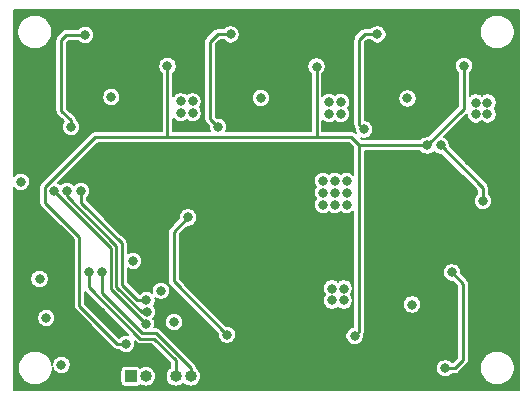
<source format=gbr>
G04 #@! TF.GenerationSoftware,KiCad,Pcbnew,(5.1.4)-1*
G04 #@! TF.CreationDate,2020-09-18T11:06:02-04:00*
G04 #@! TF.ProjectId,RVL-PMS HW2,52564c2d-504d-4532-9048-57322e6b6963,rev?*
G04 #@! TF.SameCoordinates,Original*
G04 #@! TF.FileFunction,Copper,L4,Bot*
G04 #@! TF.FilePolarity,Positive*
%FSLAX46Y46*%
G04 Gerber Fmt 4.6, Leading zero omitted, Abs format (unit mm)*
G04 Created by KiCad (PCBNEW (5.1.4)-1) date 2020-09-18 11:06:02*
%MOMM*%
%LPD*%
G04 APERTURE LIST*
%ADD10R,1.000000X1.000000*%
%ADD11O,1.000000X1.000000*%
%ADD12C,0.100000*%
%ADD13C,1.680000*%
%ADD14C,0.500000*%
%ADD15C,0.600000*%
%ADD16R,2.400000X1.650000*%
%ADD17C,2.700000*%
%ADD18C,0.800000*%
%ADD19C,0.250000*%
%ADD20C,0.150000*%
G04 APERTURE END LIST*
D10*
X117325000Y-85575000D03*
D11*
X118595000Y-85575000D03*
X119865000Y-85575000D03*
X121135000Y-85575000D03*
X122405000Y-85575000D03*
D12*
G36*
X119264504Y-60611204D02*
G01*
X119288773Y-60614804D01*
X119312571Y-60620765D01*
X119335671Y-60629030D01*
X119357849Y-60639520D01*
X119378893Y-60652133D01*
X119398598Y-60666747D01*
X119416777Y-60683223D01*
X119433253Y-60701402D01*
X119447867Y-60721107D01*
X119460480Y-60742151D01*
X119470970Y-60764329D01*
X119479235Y-60787429D01*
X119485196Y-60811227D01*
X119488796Y-60835496D01*
X119490000Y-60860000D01*
X119490000Y-62040000D01*
X119488796Y-62064504D01*
X119485196Y-62088773D01*
X119479235Y-62112571D01*
X119470970Y-62135671D01*
X119460480Y-62157849D01*
X119447867Y-62178893D01*
X119433253Y-62198598D01*
X119416777Y-62216777D01*
X119398598Y-62233253D01*
X119378893Y-62247867D01*
X119357849Y-62260480D01*
X119335671Y-62270970D01*
X119312571Y-62279235D01*
X119288773Y-62285196D01*
X119264504Y-62288796D01*
X119240000Y-62290000D01*
X118060000Y-62290000D01*
X118035496Y-62288796D01*
X118011227Y-62285196D01*
X117987429Y-62279235D01*
X117964329Y-62270970D01*
X117942151Y-62260480D01*
X117921107Y-62247867D01*
X117901402Y-62233253D01*
X117883223Y-62216777D01*
X117866747Y-62198598D01*
X117852133Y-62178893D01*
X117839520Y-62157849D01*
X117829030Y-62135671D01*
X117820765Y-62112571D01*
X117814804Y-62088773D01*
X117811204Y-62064504D01*
X117810000Y-62040000D01*
X117810000Y-60860000D01*
X117811204Y-60835496D01*
X117814804Y-60811227D01*
X117820765Y-60787429D01*
X117829030Y-60764329D01*
X117839520Y-60742151D01*
X117852133Y-60721107D01*
X117866747Y-60701402D01*
X117883223Y-60683223D01*
X117901402Y-60666747D01*
X117921107Y-60652133D01*
X117942151Y-60639520D01*
X117964329Y-60629030D01*
X117987429Y-60620765D01*
X118011227Y-60614804D01*
X118035496Y-60611204D01*
X118060000Y-60610000D01*
X119240000Y-60610000D01*
X119264504Y-60611204D01*
X119264504Y-60611204D01*
G37*
D13*
X118650000Y-61450000D03*
D14*
X119240000Y-62040000D03*
X118060000Y-62040000D03*
X119240000Y-60860000D03*
X118060000Y-60860000D03*
X130610000Y-60885000D03*
X131790000Y-60885000D03*
X130610000Y-62065000D03*
X131790000Y-62065000D03*
D12*
G36*
X131814504Y-60636204D02*
G01*
X131838773Y-60639804D01*
X131862571Y-60645765D01*
X131885671Y-60654030D01*
X131907849Y-60664520D01*
X131928893Y-60677133D01*
X131948598Y-60691747D01*
X131966777Y-60708223D01*
X131983253Y-60726402D01*
X131997867Y-60746107D01*
X132010480Y-60767151D01*
X132020970Y-60789329D01*
X132029235Y-60812429D01*
X132035196Y-60836227D01*
X132038796Y-60860496D01*
X132040000Y-60885000D01*
X132040000Y-62065000D01*
X132038796Y-62089504D01*
X132035196Y-62113773D01*
X132029235Y-62137571D01*
X132020970Y-62160671D01*
X132010480Y-62182849D01*
X131997867Y-62203893D01*
X131983253Y-62223598D01*
X131966777Y-62241777D01*
X131948598Y-62258253D01*
X131928893Y-62272867D01*
X131907849Y-62285480D01*
X131885671Y-62295970D01*
X131862571Y-62304235D01*
X131838773Y-62310196D01*
X131814504Y-62313796D01*
X131790000Y-62315000D01*
X130610000Y-62315000D01*
X130585496Y-62313796D01*
X130561227Y-62310196D01*
X130537429Y-62304235D01*
X130514329Y-62295970D01*
X130492151Y-62285480D01*
X130471107Y-62272867D01*
X130451402Y-62258253D01*
X130433223Y-62241777D01*
X130416747Y-62223598D01*
X130402133Y-62203893D01*
X130389520Y-62182849D01*
X130379030Y-62160671D01*
X130370765Y-62137571D01*
X130364804Y-62113773D01*
X130361204Y-62089504D01*
X130360000Y-62065000D01*
X130360000Y-60885000D01*
X130361204Y-60860496D01*
X130364804Y-60836227D01*
X130370765Y-60812429D01*
X130379030Y-60789329D01*
X130389520Y-60767151D01*
X130402133Y-60746107D01*
X130416747Y-60726402D01*
X130433223Y-60708223D01*
X130451402Y-60691747D01*
X130471107Y-60677133D01*
X130492151Y-60664520D01*
X130514329Y-60654030D01*
X130537429Y-60645765D01*
X130561227Y-60639804D01*
X130585496Y-60636204D01*
X130610000Y-60635000D01*
X131790000Y-60635000D01*
X131814504Y-60636204D01*
X131814504Y-60636204D01*
G37*
D13*
X131200000Y-61475000D03*
D12*
G36*
X144264504Y-60686204D02*
G01*
X144288773Y-60689804D01*
X144312571Y-60695765D01*
X144335671Y-60704030D01*
X144357849Y-60714520D01*
X144378893Y-60727133D01*
X144398598Y-60741747D01*
X144416777Y-60758223D01*
X144433253Y-60776402D01*
X144447867Y-60796107D01*
X144460480Y-60817151D01*
X144470970Y-60839329D01*
X144479235Y-60862429D01*
X144485196Y-60886227D01*
X144488796Y-60910496D01*
X144490000Y-60935000D01*
X144490000Y-62115000D01*
X144488796Y-62139504D01*
X144485196Y-62163773D01*
X144479235Y-62187571D01*
X144470970Y-62210671D01*
X144460480Y-62232849D01*
X144447867Y-62253893D01*
X144433253Y-62273598D01*
X144416777Y-62291777D01*
X144398598Y-62308253D01*
X144378893Y-62322867D01*
X144357849Y-62335480D01*
X144335671Y-62345970D01*
X144312571Y-62354235D01*
X144288773Y-62360196D01*
X144264504Y-62363796D01*
X144240000Y-62365000D01*
X143060000Y-62365000D01*
X143035496Y-62363796D01*
X143011227Y-62360196D01*
X142987429Y-62354235D01*
X142964329Y-62345970D01*
X142942151Y-62335480D01*
X142921107Y-62322867D01*
X142901402Y-62308253D01*
X142883223Y-62291777D01*
X142866747Y-62273598D01*
X142852133Y-62253893D01*
X142839520Y-62232849D01*
X142829030Y-62210671D01*
X142820765Y-62187571D01*
X142814804Y-62163773D01*
X142811204Y-62139504D01*
X142810000Y-62115000D01*
X142810000Y-60935000D01*
X142811204Y-60910496D01*
X142814804Y-60886227D01*
X142820765Y-60862429D01*
X142829030Y-60839329D01*
X142839520Y-60817151D01*
X142852133Y-60796107D01*
X142866747Y-60776402D01*
X142883223Y-60758223D01*
X142901402Y-60741747D01*
X142921107Y-60727133D01*
X142942151Y-60714520D01*
X142964329Y-60704030D01*
X142987429Y-60695765D01*
X143011227Y-60689804D01*
X143035496Y-60686204D01*
X143060000Y-60685000D01*
X144240000Y-60685000D01*
X144264504Y-60686204D01*
X144264504Y-60686204D01*
G37*
D13*
X143650000Y-61525000D03*
D14*
X144240000Y-62115000D03*
X143060000Y-62115000D03*
X144240000Y-60935000D03*
X143060000Y-60935000D03*
X138840000Y-80590000D03*
X137660000Y-80590000D03*
X138840000Y-79410000D03*
X137660000Y-79410000D03*
D12*
G36*
X138864504Y-79161204D02*
G01*
X138888773Y-79164804D01*
X138912571Y-79170765D01*
X138935671Y-79179030D01*
X138957849Y-79189520D01*
X138978893Y-79202133D01*
X138998598Y-79216747D01*
X139016777Y-79233223D01*
X139033253Y-79251402D01*
X139047867Y-79271107D01*
X139060480Y-79292151D01*
X139070970Y-79314329D01*
X139079235Y-79337429D01*
X139085196Y-79361227D01*
X139088796Y-79385496D01*
X139090000Y-79410000D01*
X139090000Y-80590000D01*
X139088796Y-80614504D01*
X139085196Y-80638773D01*
X139079235Y-80662571D01*
X139070970Y-80685671D01*
X139060480Y-80707849D01*
X139047867Y-80728893D01*
X139033253Y-80748598D01*
X139016777Y-80766777D01*
X138998598Y-80783253D01*
X138978893Y-80797867D01*
X138957849Y-80810480D01*
X138935671Y-80820970D01*
X138912571Y-80829235D01*
X138888773Y-80835196D01*
X138864504Y-80838796D01*
X138840000Y-80840000D01*
X137660000Y-80840000D01*
X137635496Y-80838796D01*
X137611227Y-80835196D01*
X137587429Y-80829235D01*
X137564329Y-80820970D01*
X137542151Y-80810480D01*
X137521107Y-80797867D01*
X137501402Y-80783253D01*
X137483223Y-80766777D01*
X137466747Y-80748598D01*
X137452133Y-80728893D01*
X137439520Y-80707849D01*
X137429030Y-80685671D01*
X137420765Y-80662571D01*
X137414804Y-80638773D01*
X137411204Y-80614504D01*
X137410000Y-80590000D01*
X137410000Y-79410000D01*
X137411204Y-79385496D01*
X137414804Y-79361227D01*
X137420765Y-79337429D01*
X137429030Y-79314329D01*
X137439520Y-79292151D01*
X137452133Y-79271107D01*
X137466747Y-79251402D01*
X137483223Y-79233223D01*
X137501402Y-79216747D01*
X137521107Y-79202133D01*
X137542151Y-79189520D01*
X137564329Y-79179030D01*
X137587429Y-79170765D01*
X137611227Y-79164804D01*
X137635496Y-79161204D01*
X137660000Y-79160000D01*
X138840000Y-79160000D01*
X138864504Y-79161204D01*
X138864504Y-79161204D01*
G37*
D13*
X138250000Y-80000000D03*
D15*
X142040000Y-69155000D03*
X143760000Y-69155000D03*
X142040000Y-68195000D03*
X143760000Y-68195000D03*
X142900000Y-68675000D03*
D16*
X142900000Y-68675000D03*
D14*
X121925000Y-74375000D03*
X123025000Y-74375000D03*
X124125000Y-74375000D03*
X121925000Y-75475000D03*
X123025000Y-75475000D03*
X124125000Y-75475000D03*
X121925000Y-76575000D03*
X123025000Y-76575000D03*
X124125000Y-76575000D03*
D12*
G36*
X124149503Y-74126204D02*
G01*
X124173772Y-74129804D01*
X124197570Y-74135765D01*
X124220670Y-74144030D01*
X124242849Y-74154520D01*
X124263892Y-74167133D01*
X124283598Y-74181748D01*
X124301776Y-74198224D01*
X124318252Y-74216402D01*
X124332867Y-74236108D01*
X124345480Y-74257151D01*
X124355970Y-74279330D01*
X124364235Y-74302430D01*
X124370196Y-74326228D01*
X124373796Y-74350497D01*
X124375000Y-74375001D01*
X124375000Y-76574999D01*
X124373796Y-76599503D01*
X124370196Y-76623772D01*
X124364235Y-76647570D01*
X124355970Y-76670670D01*
X124345480Y-76692849D01*
X124332867Y-76713892D01*
X124318252Y-76733598D01*
X124301776Y-76751776D01*
X124283598Y-76768252D01*
X124263892Y-76782867D01*
X124242849Y-76795480D01*
X124220670Y-76805970D01*
X124197570Y-76814235D01*
X124173772Y-76820196D01*
X124149503Y-76823796D01*
X124124999Y-76825000D01*
X121925001Y-76825000D01*
X121900497Y-76823796D01*
X121876228Y-76820196D01*
X121852430Y-76814235D01*
X121829330Y-76805970D01*
X121807151Y-76795480D01*
X121786108Y-76782867D01*
X121766402Y-76768252D01*
X121748224Y-76751776D01*
X121731748Y-76733598D01*
X121717133Y-76713892D01*
X121704520Y-76692849D01*
X121694030Y-76670670D01*
X121685765Y-76647570D01*
X121679804Y-76623772D01*
X121676204Y-76599503D01*
X121675000Y-76574999D01*
X121675000Y-74375001D01*
X121676204Y-74350497D01*
X121679804Y-74326228D01*
X121685765Y-74302430D01*
X121694030Y-74279330D01*
X121704520Y-74257151D01*
X121717133Y-74236108D01*
X121731748Y-74216402D01*
X121748224Y-74198224D01*
X121766402Y-74181748D01*
X121786108Y-74167133D01*
X121807151Y-74154520D01*
X121829330Y-74144030D01*
X121852430Y-74135765D01*
X121876228Y-74129804D01*
X121900497Y-74126204D01*
X121925001Y-74125000D01*
X124124999Y-74125000D01*
X124149503Y-74126204D01*
X124149503Y-74126204D01*
G37*
D17*
X123025000Y-75475000D03*
D18*
X109700000Y-59900000D03*
X121700000Y-57975000D03*
X120700000Y-56975000D03*
X120700000Y-57975000D03*
X121700000Y-56975000D03*
X134000000Y-58200000D03*
X133000000Y-57200000D03*
X133000000Y-58200000D03*
X134000000Y-57200000D03*
X147000000Y-67375000D03*
X146000000Y-66375000D03*
X146000000Y-67375000D03*
X147000000Y-66375000D03*
X147100000Y-77325000D03*
X146100000Y-76325000D03*
X146100000Y-77325000D03*
X147100000Y-76325000D03*
X130025000Y-79950000D03*
X132050000Y-80950000D03*
X131050000Y-80950000D03*
X131050000Y-79950000D03*
X130025000Y-80950000D03*
X132075000Y-79950000D03*
X111825000Y-82875000D03*
X122150000Y-82775000D03*
X114824868Y-80100132D03*
X111325000Y-77725000D03*
X118575000Y-69650000D03*
X117575000Y-69650000D03*
X116550000Y-69650000D03*
X118600000Y-68650000D03*
X117575000Y-68650000D03*
X116550000Y-68650000D03*
X130300000Y-72775000D03*
X128050000Y-72750000D03*
X125825000Y-72775000D03*
X140175000Y-76775000D03*
X129090000Y-64430000D03*
X141510000Y-64670000D03*
X134100000Y-63375000D03*
X135100000Y-63375000D03*
X146525000Y-62400000D03*
X146525000Y-63400000D03*
X147525000Y-63400000D03*
X135350000Y-79150000D03*
X135350000Y-78150000D03*
X134350000Y-78150000D03*
X134350000Y-79150000D03*
X133600000Y-70025000D03*
X134600000Y-70025000D03*
X133600000Y-69025000D03*
X135600000Y-70025000D03*
X133600000Y-71050000D03*
X134600000Y-71050000D03*
X135600000Y-71050000D03*
X110175000Y-80650000D03*
X111450000Y-84600000D03*
X117500000Y-75800000D03*
X120975000Y-81000000D03*
X121550000Y-62300000D03*
X122550000Y-62300000D03*
X122550000Y-63300000D03*
X121550000Y-63300000D03*
X134600000Y-69025000D03*
X135600000Y-69025000D03*
X140750000Y-62050000D03*
X128325000Y-62025000D03*
X115675000Y-61950000D03*
X141150000Y-79500000D03*
X134100000Y-62375000D03*
X135100000Y-62375000D03*
X147525000Y-62400000D03*
X108010000Y-69100000D03*
X112250000Y-64475000D03*
X113475000Y-56675000D03*
X124725000Y-64475000D03*
X125775000Y-56625000D03*
X137075000Y-64675000D03*
X138200000Y-56625000D03*
X143550000Y-66025000D03*
X147130000Y-70720000D03*
X125475000Y-82050000D03*
X122175000Y-72125000D03*
X113800000Y-76775000D03*
X114900000Y-76750000D03*
X118592719Y-81133266D03*
X110825000Y-69875000D03*
X118679837Y-80137066D03*
X111925000Y-69875000D03*
X118650000Y-79137510D03*
X113100000Y-69875000D03*
X116912500Y-82825000D03*
X120425000Y-59325000D03*
X133050000Y-59350000D03*
X145525000Y-59275000D03*
X136275000Y-82150000D03*
X142425000Y-66025000D03*
X109600000Y-77350000D03*
X119875000Y-78325000D03*
X143950000Y-84900000D03*
X144500000Y-76775000D03*
D19*
X112250000Y-63909315D02*
X111450000Y-63109315D01*
X112250000Y-64475000D02*
X112250000Y-63909315D01*
X111450000Y-63109315D02*
X111450000Y-57400000D01*
X111450000Y-57400000D02*
X111450000Y-57100000D01*
X111450000Y-57100000D02*
X111875000Y-56675000D01*
X111875000Y-56675000D02*
X113475000Y-56675000D01*
X124725000Y-64475000D02*
X124050000Y-63800000D01*
X124050000Y-63800000D02*
X124050000Y-57250000D01*
X124050000Y-57250000D02*
X124675000Y-56625000D01*
X124675000Y-56625000D02*
X125775000Y-56625000D01*
X136675001Y-64275001D02*
X136675001Y-57074999D01*
X137075000Y-64675000D02*
X136675001Y-64275001D01*
X136675001Y-57074999D02*
X137125000Y-56625000D01*
X137125000Y-56625000D02*
X138200000Y-56625000D01*
X143550000Y-66025000D02*
X147130000Y-69605000D01*
X147130000Y-69605000D02*
X147130000Y-70720000D01*
X125475000Y-82050000D02*
X120950000Y-77525000D01*
X120950000Y-73350000D02*
X122175000Y-72125000D01*
X120950000Y-77525000D02*
X120950000Y-73350000D01*
X121135000Y-85575000D02*
X121135000Y-84234304D01*
X121135000Y-84234304D02*
X119275706Y-82375010D01*
X119275706Y-82375010D02*
X118125050Y-82375009D01*
X113800000Y-78049959D02*
X113800000Y-76775000D01*
X118125050Y-82375009D02*
X113800000Y-78049959D01*
X122405000Y-84867894D02*
X119462106Y-81925000D01*
X122405000Y-85575000D02*
X122405000Y-84867894D01*
X114900000Y-77315685D02*
X114900000Y-76750000D01*
X114900000Y-78513549D02*
X114900000Y-77315685D01*
X118311451Y-81925000D02*
X114900000Y-78513549D01*
X119462106Y-81925000D02*
X118311451Y-81925000D01*
X110825000Y-69875000D02*
X115650000Y-74700000D01*
X115650000Y-78190547D02*
X118592719Y-81133266D01*
X115650000Y-74700000D02*
X115650000Y-78190547D01*
X111925000Y-70338590D02*
X111925000Y-69875000D01*
X116100009Y-74513599D02*
X111925000Y-70338590D01*
X116100010Y-78004147D02*
X116100009Y-74513599D01*
X118679837Y-80137066D02*
X118232929Y-80137066D01*
X118232929Y-80137066D02*
X116100010Y-78004147D01*
X118650000Y-79137510D02*
X117869783Y-79137510D01*
X117869783Y-79137510D02*
X116550018Y-77817745D01*
X116550018Y-77817745D02*
X116550018Y-74327198D01*
X113100000Y-70877180D02*
X113100000Y-69875000D01*
X116550018Y-74327198D02*
X113100000Y-70877180D01*
X145525000Y-62925000D02*
X142425000Y-66025000D01*
X145525000Y-59275000D02*
X145525000Y-62925000D01*
X133050000Y-65230000D02*
X133050000Y-59350000D01*
X132960000Y-65320000D02*
X133050000Y-65230000D01*
X132960000Y-65320000D02*
X134990000Y-65320000D01*
X121180000Y-65320000D02*
X132960000Y-65320000D01*
X136674999Y-81750001D02*
X136674999Y-66705001D01*
X136275000Y-82150000D02*
X136674999Y-81750001D01*
X136665000Y-66695002D02*
X136674999Y-66705001D01*
X136665000Y-66025000D02*
X136665000Y-66695002D01*
X136665000Y-66025000D02*
X142425000Y-66025000D01*
X116175000Y-82825000D02*
X112980000Y-79630000D01*
X116912500Y-82825000D02*
X116175000Y-82825000D01*
X112980000Y-79630000D02*
X112980000Y-73780000D01*
X112980000Y-73780000D02*
X110070000Y-70870000D01*
X110070000Y-70870000D02*
X110070000Y-69556998D01*
X114320000Y-65320000D02*
X114313499Y-65313499D01*
X110070000Y-69556998D02*
X114313499Y-65313499D01*
X120425000Y-65295000D02*
X120400000Y-65320000D01*
X120425000Y-59325000D02*
X120425000Y-65295000D01*
X121180000Y-65320000D02*
X120400000Y-65320000D01*
X120400000Y-65320000D02*
X114320000Y-65320000D01*
X136665000Y-66025000D02*
X136665000Y-65985000D01*
X136000000Y-65320000D02*
X134990000Y-65320000D01*
X136665000Y-65985000D02*
X136000000Y-65320000D01*
X145475000Y-77750000D02*
X144500000Y-76775000D01*
X145475000Y-84200000D02*
X145475000Y-77750000D01*
X143950000Y-84900000D02*
X144775000Y-84900000D01*
X144775000Y-84900000D02*
X145475000Y-84200000D01*
D20*
G36*
X150180001Y-86700000D02*
G01*
X107400000Y-86700000D01*
X107400000Y-84729725D01*
X107750000Y-84729725D01*
X107750000Y-85020275D01*
X107806683Y-85305242D01*
X107917872Y-85573675D01*
X108079293Y-85815258D01*
X108284742Y-86020707D01*
X108526325Y-86182128D01*
X108794758Y-86293317D01*
X109079725Y-86350000D01*
X109370275Y-86350000D01*
X109655242Y-86293317D01*
X109923675Y-86182128D01*
X110165258Y-86020707D01*
X110370707Y-85815258D01*
X110532128Y-85573675D01*
X110643317Y-85305242D01*
X110700000Y-85020275D01*
X110700000Y-84802013D01*
X110704783Y-84826059D01*
X110763204Y-84967100D01*
X110848018Y-85094034D01*
X110955966Y-85201982D01*
X111082900Y-85286796D01*
X111223941Y-85345217D01*
X111373669Y-85375000D01*
X111526331Y-85375000D01*
X111676059Y-85345217D01*
X111817100Y-85286796D01*
X111944034Y-85201982D01*
X112051982Y-85094034D01*
X112064700Y-85075000D01*
X116448186Y-85075000D01*
X116448186Y-86075000D01*
X116455426Y-86148513D01*
X116476869Y-86219200D01*
X116511691Y-86284347D01*
X116558552Y-86341448D01*
X116615653Y-86388309D01*
X116680800Y-86423131D01*
X116751487Y-86444574D01*
X116825000Y-86451814D01*
X117825000Y-86451814D01*
X117898513Y-86444574D01*
X117969200Y-86423131D01*
X118034347Y-86388309D01*
X118091448Y-86341448D01*
X118116234Y-86311246D01*
X118258532Y-86387305D01*
X118423470Y-86437339D01*
X118552021Y-86450000D01*
X118637979Y-86450000D01*
X118766530Y-86437339D01*
X118931468Y-86387305D01*
X119083476Y-86306056D01*
X119216712Y-86196712D01*
X119326056Y-86063476D01*
X119407305Y-85911468D01*
X119457339Y-85746530D01*
X119474233Y-85575000D01*
X119457339Y-85403470D01*
X119407305Y-85238532D01*
X119326056Y-85086524D01*
X119216712Y-84953288D01*
X119083476Y-84843944D01*
X118931468Y-84762695D01*
X118766530Y-84712661D01*
X118637979Y-84700000D01*
X118552021Y-84700000D01*
X118423470Y-84712661D01*
X118258532Y-84762695D01*
X118116234Y-84838754D01*
X118091448Y-84808552D01*
X118034347Y-84761691D01*
X117969200Y-84726869D01*
X117898513Y-84705426D01*
X117825000Y-84698186D01*
X116825000Y-84698186D01*
X116751487Y-84705426D01*
X116680800Y-84726869D01*
X116615653Y-84761691D01*
X116558552Y-84808552D01*
X116511691Y-84865653D01*
X116476869Y-84930800D01*
X116455426Y-85001487D01*
X116448186Y-85075000D01*
X112064700Y-85075000D01*
X112136796Y-84967100D01*
X112195217Y-84826059D01*
X112225000Y-84676331D01*
X112225000Y-84523669D01*
X112195217Y-84373941D01*
X112136796Y-84232900D01*
X112051982Y-84105966D01*
X111944034Y-83998018D01*
X111817100Y-83913204D01*
X111676059Y-83854783D01*
X111526331Y-83825000D01*
X111373669Y-83825000D01*
X111223941Y-83854783D01*
X111082900Y-83913204D01*
X110955966Y-83998018D01*
X110848018Y-84105966D01*
X110763204Y-84232900D01*
X110704783Y-84373941D01*
X110675000Y-84523669D01*
X110675000Y-84604040D01*
X110643317Y-84444758D01*
X110532128Y-84176325D01*
X110370707Y-83934742D01*
X110165258Y-83729293D01*
X109923675Y-83567872D01*
X109655242Y-83456683D01*
X109370275Y-83400000D01*
X109079725Y-83400000D01*
X108794758Y-83456683D01*
X108526325Y-83567872D01*
X108284742Y-83729293D01*
X108079293Y-83934742D01*
X107917872Y-84176325D01*
X107806683Y-84444758D01*
X107750000Y-84729725D01*
X107400000Y-84729725D01*
X107400000Y-80573669D01*
X109400000Y-80573669D01*
X109400000Y-80726331D01*
X109429783Y-80876059D01*
X109488204Y-81017100D01*
X109573018Y-81144034D01*
X109680966Y-81251982D01*
X109807900Y-81336796D01*
X109948941Y-81395217D01*
X110098669Y-81425000D01*
X110251331Y-81425000D01*
X110401059Y-81395217D01*
X110542100Y-81336796D01*
X110669034Y-81251982D01*
X110776982Y-81144034D01*
X110861796Y-81017100D01*
X110920217Y-80876059D01*
X110950000Y-80726331D01*
X110950000Y-80573669D01*
X110920217Y-80423941D01*
X110861796Y-80282900D01*
X110776982Y-80155966D01*
X110669034Y-80048018D01*
X110542100Y-79963204D01*
X110401059Y-79904783D01*
X110251331Y-79875000D01*
X110098669Y-79875000D01*
X109948941Y-79904783D01*
X109807900Y-79963204D01*
X109680966Y-80048018D01*
X109573018Y-80155966D01*
X109488204Y-80282900D01*
X109429783Y-80423941D01*
X109400000Y-80573669D01*
X107400000Y-80573669D01*
X107400000Y-77273669D01*
X108825000Y-77273669D01*
X108825000Y-77426331D01*
X108854783Y-77576059D01*
X108913204Y-77717100D01*
X108998018Y-77844034D01*
X109105966Y-77951982D01*
X109232900Y-78036796D01*
X109373941Y-78095217D01*
X109523669Y-78125000D01*
X109676331Y-78125000D01*
X109826059Y-78095217D01*
X109967100Y-78036796D01*
X110094034Y-77951982D01*
X110201982Y-77844034D01*
X110286796Y-77717100D01*
X110345217Y-77576059D01*
X110375000Y-77426331D01*
X110375000Y-77273669D01*
X110345217Y-77123941D01*
X110286796Y-76982900D01*
X110201982Y-76855966D01*
X110094034Y-76748018D01*
X109967100Y-76663204D01*
X109826059Y-76604783D01*
X109676331Y-76575000D01*
X109523669Y-76575000D01*
X109373941Y-76604783D01*
X109232900Y-76663204D01*
X109105966Y-76748018D01*
X108998018Y-76855966D01*
X108913204Y-76982900D01*
X108854783Y-77123941D01*
X108825000Y-77273669D01*
X107400000Y-77273669D01*
X107400000Y-69582034D01*
X107408018Y-69594034D01*
X107515966Y-69701982D01*
X107642900Y-69786796D01*
X107783941Y-69845217D01*
X107933669Y-69875000D01*
X108086331Y-69875000D01*
X108236059Y-69845217D01*
X108377100Y-69786796D01*
X108504034Y-69701982D01*
X108611982Y-69594034D01*
X108636728Y-69556998D01*
X109567581Y-69556998D01*
X109570001Y-69581568D01*
X109570000Y-70845440D01*
X109567581Y-70870000D01*
X109570000Y-70894559D01*
X109577235Y-70968016D01*
X109605825Y-71062266D01*
X109652254Y-71149129D01*
X109714736Y-71225264D01*
X109733824Y-71240929D01*
X112480001Y-73987108D01*
X112480000Y-79605440D01*
X112477581Y-79630000D01*
X112487042Y-79726059D01*
X112487235Y-79728016D01*
X112515825Y-79822266D01*
X112562254Y-79909129D01*
X112624736Y-79985264D01*
X112643824Y-80000929D01*
X115804080Y-83161187D01*
X115819736Y-83180264D01*
X115895871Y-83242746D01*
X115982733Y-83289175D01*
X116076983Y-83317765D01*
X116150440Y-83325000D01*
X116150449Y-83325000D01*
X116174999Y-83327418D01*
X116199549Y-83325000D01*
X116316484Y-83325000D01*
X116418466Y-83426982D01*
X116545400Y-83511796D01*
X116686441Y-83570217D01*
X116836169Y-83600000D01*
X116988831Y-83600000D01*
X117138559Y-83570217D01*
X117279600Y-83511796D01*
X117406534Y-83426982D01*
X117514482Y-83319034D01*
X117599296Y-83192100D01*
X117657717Y-83051059D01*
X117687500Y-82901331D01*
X117687500Y-82748669D01*
X117661651Y-82618717D01*
X117754135Y-82711201D01*
X117769786Y-82730272D01*
X117788857Y-82745923D01*
X117788862Y-82745928D01*
X117845920Y-82792754D01*
X117932781Y-82839183D01*
X118027032Y-82867773D01*
X118125049Y-82877427D01*
X118149608Y-82875008D01*
X119068600Y-82875010D01*
X120635001Y-84441412D01*
X120635001Y-84853401D01*
X120513288Y-84953288D01*
X120403944Y-85086524D01*
X120322695Y-85238532D01*
X120272661Y-85403470D01*
X120255767Y-85575000D01*
X120272661Y-85746530D01*
X120322695Y-85911468D01*
X120403944Y-86063476D01*
X120513288Y-86196712D01*
X120646524Y-86306056D01*
X120798532Y-86387305D01*
X120963470Y-86437339D01*
X121092021Y-86450000D01*
X121177979Y-86450000D01*
X121306530Y-86437339D01*
X121471468Y-86387305D01*
X121623476Y-86306056D01*
X121756712Y-86196712D01*
X121770000Y-86180521D01*
X121783288Y-86196712D01*
X121916524Y-86306056D01*
X122068532Y-86387305D01*
X122233470Y-86437339D01*
X122362021Y-86450000D01*
X122447979Y-86450000D01*
X122576530Y-86437339D01*
X122741468Y-86387305D01*
X122893476Y-86306056D01*
X123026712Y-86196712D01*
X123136056Y-86063476D01*
X123217305Y-85911468D01*
X123267339Y-85746530D01*
X123284233Y-85575000D01*
X123267339Y-85403470D01*
X123217305Y-85238532D01*
X123136056Y-85086524D01*
X123026712Y-84953288D01*
X122906079Y-84854287D01*
X122903064Y-84823669D01*
X143175000Y-84823669D01*
X143175000Y-84976331D01*
X143204783Y-85126059D01*
X143263204Y-85267100D01*
X143348018Y-85394034D01*
X143455966Y-85501982D01*
X143582900Y-85586796D01*
X143723941Y-85645217D01*
X143873669Y-85675000D01*
X144026331Y-85675000D01*
X144176059Y-85645217D01*
X144317100Y-85586796D01*
X144444034Y-85501982D01*
X144546016Y-85400000D01*
X144750440Y-85400000D01*
X144775000Y-85402419D01*
X144799560Y-85400000D01*
X144873017Y-85392765D01*
X144967267Y-85364175D01*
X145054129Y-85317746D01*
X145130264Y-85255264D01*
X145145929Y-85236176D01*
X145652381Y-84729725D01*
X146875000Y-84729725D01*
X146875000Y-85020275D01*
X146931683Y-85305242D01*
X147042872Y-85573675D01*
X147204293Y-85815258D01*
X147409742Y-86020707D01*
X147651325Y-86182128D01*
X147919758Y-86293317D01*
X148204725Y-86350000D01*
X148495275Y-86350000D01*
X148780242Y-86293317D01*
X149048675Y-86182128D01*
X149290258Y-86020707D01*
X149495707Y-85815258D01*
X149657128Y-85573675D01*
X149768317Y-85305242D01*
X149825000Y-85020275D01*
X149825000Y-84729725D01*
X149768317Y-84444758D01*
X149657128Y-84176325D01*
X149495707Y-83934742D01*
X149290258Y-83729293D01*
X149048675Y-83567872D01*
X148780242Y-83456683D01*
X148495275Y-83400000D01*
X148204725Y-83400000D01*
X147919758Y-83456683D01*
X147651325Y-83567872D01*
X147409742Y-83729293D01*
X147204293Y-83934742D01*
X147042872Y-84176325D01*
X146931683Y-84444758D01*
X146875000Y-84729725D01*
X145652381Y-84729725D01*
X145811187Y-84570920D01*
X145830264Y-84555264D01*
X145892746Y-84479129D01*
X145939175Y-84392267D01*
X145967765Y-84298017D01*
X145975000Y-84224560D01*
X145975000Y-84224551D01*
X145977418Y-84200001D01*
X145975000Y-84175451D01*
X145975000Y-77774557D01*
X145977419Y-77749999D01*
X145975000Y-77725440D01*
X145967765Y-77651983D01*
X145939175Y-77557733D01*
X145892746Y-77470871D01*
X145830264Y-77394736D01*
X145811187Y-77379080D01*
X145275000Y-76842894D01*
X145275000Y-76698669D01*
X145245217Y-76548941D01*
X145186796Y-76407900D01*
X145101982Y-76280966D01*
X144994034Y-76173018D01*
X144867100Y-76088204D01*
X144726059Y-76029783D01*
X144576331Y-76000000D01*
X144423669Y-76000000D01*
X144273941Y-76029783D01*
X144132900Y-76088204D01*
X144005966Y-76173018D01*
X143898018Y-76280966D01*
X143813204Y-76407900D01*
X143754783Y-76548941D01*
X143725000Y-76698669D01*
X143725000Y-76851331D01*
X143754783Y-77001059D01*
X143813204Y-77142100D01*
X143898018Y-77269034D01*
X144005966Y-77376982D01*
X144132900Y-77461796D01*
X144273941Y-77520217D01*
X144423669Y-77550000D01*
X144567894Y-77550000D01*
X144975001Y-77957108D01*
X144975000Y-83992893D01*
X144567895Y-84400000D01*
X144546016Y-84400000D01*
X144444034Y-84298018D01*
X144317100Y-84213204D01*
X144176059Y-84154783D01*
X144026331Y-84125000D01*
X143873669Y-84125000D01*
X143723941Y-84154783D01*
X143582900Y-84213204D01*
X143455966Y-84298018D01*
X143348018Y-84405966D01*
X143263204Y-84532900D01*
X143204783Y-84673941D01*
X143175000Y-84823669D01*
X122903064Y-84823669D01*
X122897765Y-84769877D01*
X122885585Y-84729725D01*
X122869175Y-84675627D01*
X122822746Y-84588765D01*
X122760264Y-84512630D01*
X122741187Y-84496974D01*
X119833035Y-81588824D01*
X119817370Y-81569736D01*
X119741235Y-81507254D01*
X119654373Y-81460825D01*
X119560123Y-81432235D01*
X119486666Y-81425000D01*
X119462106Y-81422581D01*
X119437546Y-81425000D01*
X119310733Y-81425000D01*
X119337936Y-81359325D01*
X119367719Y-81209597D01*
X119367719Y-81056935D01*
X119341211Y-80923669D01*
X120200000Y-80923669D01*
X120200000Y-81076331D01*
X120229783Y-81226059D01*
X120288204Y-81367100D01*
X120373018Y-81494034D01*
X120480966Y-81601982D01*
X120607900Y-81686796D01*
X120748941Y-81745217D01*
X120898669Y-81775000D01*
X121051331Y-81775000D01*
X121201059Y-81745217D01*
X121342100Y-81686796D01*
X121469034Y-81601982D01*
X121576982Y-81494034D01*
X121661796Y-81367100D01*
X121720217Y-81226059D01*
X121750000Y-81076331D01*
X121750000Y-80923669D01*
X121720217Y-80773941D01*
X121661796Y-80632900D01*
X121576982Y-80505966D01*
X121469034Y-80398018D01*
X121342100Y-80313204D01*
X121201059Y-80254783D01*
X121051331Y-80225000D01*
X120898669Y-80225000D01*
X120748941Y-80254783D01*
X120607900Y-80313204D01*
X120480966Y-80398018D01*
X120373018Y-80505966D01*
X120288204Y-80632900D01*
X120229783Y-80773941D01*
X120200000Y-80923669D01*
X119341211Y-80923669D01*
X119337936Y-80907207D01*
X119279515Y-80766166D01*
X119226338Y-80686581D01*
X119281819Y-80631100D01*
X119366633Y-80504166D01*
X119425054Y-80363125D01*
X119454837Y-80213397D01*
X119454837Y-80060735D01*
X119425054Y-79911007D01*
X119366633Y-79769966D01*
X119281819Y-79643032D01*
X119259332Y-79620545D01*
X119336796Y-79504610D01*
X119395217Y-79363569D01*
X119425000Y-79213841D01*
X119425000Y-79061179D01*
X119400964Y-78940344D01*
X119507900Y-79011796D01*
X119648941Y-79070217D01*
X119798669Y-79100000D01*
X119951331Y-79100000D01*
X120101059Y-79070217D01*
X120242100Y-79011796D01*
X120369034Y-78926982D01*
X120476982Y-78819034D01*
X120561796Y-78692100D01*
X120620217Y-78551059D01*
X120650000Y-78401331D01*
X120650000Y-78248669D01*
X120620217Y-78098941D01*
X120561796Y-77957900D01*
X120476982Y-77830966D01*
X120369034Y-77723018D01*
X120242100Y-77638204D01*
X120101059Y-77579783D01*
X119951331Y-77550000D01*
X119798669Y-77550000D01*
X119648941Y-77579783D01*
X119507900Y-77638204D01*
X119380966Y-77723018D01*
X119273018Y-77830966D01*
X119188204Y-77957900D01*
X119129783Y-78098941D01*
X119100000Y-78248669D01*
X119100000Y-78401331D01*
X119124036Y-78522166D01*
X119017100Y-78450714D01*
X118876059Y-78392293D01*
X118726331Y-78362510D01*
X118573669Y-78362510D01*
X118423941Y-78392293D01*
X118282900Y-78450714D01*
X118155966Y-78535528D01*
X118065437Y-78626057D01*
X117050018Y-77610640D01*
X117050018Y-76431416D01*
X117132900Y-76486796D01*
X117273941Y-76545217D01*
X117423669Y-76575000D01*
X117576331Y-76575000D01*
X117726059Y-76545217D01*
X117867100Y-76486796D01*
X117994034Y-76401982D01*
X118101982Y-76294034D01*
X118186796Y-76167100D01*
X118245217Y-76026059D01*
X118275000Y-75876331D01*
X118275000Y-75723669D01*
X118245217Y-75573941D01*
X118186796Y-75432900D01*
X118101982Y-75305966D01*
X117994034Y-75198018D01*
X117867100Y-75113204D01*
X117726059Y-75054783D01*
X117576331Y-75025000D01*
X117423669Y-75025000D01*
X117273941Y-75054783D01*
X117132900Y-75113204D01*
X117050018Y-75168584D01*
X117050018Y-74351747D01*
X117052436Y-74327197D01*
X117050018Y-74302647D01*
X117050018Y-74302638D01*
X117042783Y-74229181D01*
X117014193Y-74134931D01*
X116967764Y-74048069D01*
X116905282Y-73971934D01*
X116886205Y-73956278D01*
X116279927Y-73350000D01*
X120447581Y-73350000D01*
X120450001Y-73374570D01*
X120450000Y-77500440D01*
X120447581Y-77525000D01*
X120450000Y-77549559D01*
X120457235Y-77623016D01*
X120485825Y-77717266D01*
X120532254Y-77804129D01*
X120594736Y-77880264D01*
X120613824Y-77895929D01*
X124700000Y-81982107D01*
X124700000Y-82126331D01*
X124729783Y-82276059D01*
X124788204Y-82417100D01*
X124873018Y-82544034D01*
X124980966Y-82651982D01*
X125107900Y-82736796D01*
X125248941Y-82795217D01*
X125398669Y-82825000D01*
X125551331Y-82825000D01*
X125701059Y-82795217D01*
X125842100Y-82736796D01*
X125969034Y-82651982D01*
X126076982Y-82544034D01*
X126161796Y-82417100D01*
X126220217Y-82276059D01*
X126250000Y-82126331D01*
X126250000Y-81973669D01*
X126220217Y-81823941D01*
X126161796Y-81682900D01*
X126076982Y-81555966D01*
X125969034Y-81448018D01*
X125842100Y-81363204D01*
X125701059Y-81304783D01*
X125551331Y-81275000D01*
X125407107Y-81275000D01*
X122205775Y-78073669D01*
X133575000Y-78073669D01*
X133575000Y-78226331D01*
X133604783Y-78376059D01*
X133663204Y-78517100D01*
X133748018Y-78644034D01*
X133753984Y-78650000D01*
X133748018Y-78655966D01*
X133663204Y-78782900D01*
X133604783Y-78923941D01*
X133575000Y-79073669D01*
X133575000Y-79226331D01*
X133604783Y-79376059D01*
X133663204Y-79517100D01*
X133748018Y-79644034D01*
X133855966Y-79751982D01*
X133982900Y-79836796D01*
X134123941Y-79895217D01*
X134273669Y-79925000D01*
X134426331Y-79925000D01*
X134576059Y-79895217D01*
X134717100Y-79836796D01*
X134844034Y-79751982D01*
X134850000Y-79746016D01*
X134855966Y-79751982D01*
X134982900Y-79836796D01*
X135123941Y-79895217D01*
X135273669Y-79925000D01*
X135426331Y-79925000D01*
X135576059Y-79895217D01*
X135717100Y-79836796D01*
X135844034Y-79751982D01*
X135951982Y-79644034D01*
X136036796Y-79517100D01*
X136095217Y-79376059D01*
X136125000Y-79226331D01*
X136125000Y-79073669D01*
X136095217Y-78923941D01*
X136036796Y-78782900D01*
X135951982Y-78655966D01*
X135946016Y-78650000D01*
X135951982Y-78644034D01*
X136036796Y-78517100D01*
X136095217Y-78376059D01*
X136125000Y-78226331D01*
X136125000Y-78073669D01*
X136095217Y-77923941D01*
X136036796Y-77782900D01*
X135951982Y-77655966D01*
X135844034Y-77548018D01*
X135717100Y-77463204D01*
X135576059Y-77404783D01*
X135426331Y-77375000D01*
X135273669Y-77375000D01*
X135123941Y-77404783D01*
X134982900Y-77463204D01*
X134855966Y-77548018D01*
X134850000Y-77553984D01*
X134844034Y-77548018D01*
X134717100Y-77463204D01*
X134576059Y-77404783D01*
X134426331Y-77375000D01*
X134273669Y-77375000D01*
X134123941Y-77404783D01*
X133982900Y-77463204D01*
X133855966Y-77548018D01*
X133748018Y-77655966D01*
X133663204Y-77782900D01*
X133604783Y-77923941D01*
X133575000Y-78073669D01*
X122205775Y-78073669D01*
X121450000Y-77317895D01*
X121450000Y-73557105D01*
X122107106Y-72900000D01*
X122251331Y-72900000D01*
X122401059Y-72870217D01*
X122542100Y-72811796D01*
X122669034Y-72726982D01*
X122776982Y-72619034D01*
X122861796Y-72492100D01*
X122920217Y-72351059D01*
X122950000Y-72201331D01*
X122950000Y-72048669D01*
X122920217Y-71898941D01*
X122861796Y-71757900D01*
X122776982Y-71630966D01*
X122669034Y-71523018D01*
X122542100Y-71438204D01*
X122401059Y-71379783D01*
X122251331Y-71350000D01*
X122098669Y-71350000D01*
X121948941Y-71379783D01*
X121807900Y-71438204D01*
X121680966Y-71523018D01*
X121573018Y-71630966D01*
X121488204Y-71757900D01*
X121429783Y-71898941D01*
X121400000Y-72048669D01*
X121400000Y-72192894D01*
X120613819Y-72979076D01*
X120594737Y-72994736D01*
X120532255Y-73070871D01*
X120485826Y-73157733D01*
X120457235Y-73251983D01*
X120447581Y-73350000D01*
X116279927Y-73350000D01*
X113600000Y-70670075D01*
X113600000Y-70471016D01*
X113701982Y-70369034D01*
X113786796Y-70242100D01*
X113845217Y-70101059D01*
X113875000Y-69951331D01*
X113875000Y-69798669D01*
X113845217Y-69648941D01*
X113786796Y-69507900D01*
X113701982Y-69380966D01*
X113594034Y-69273018D01*
X113467100Y-69188204D01*
X113326059Y-69129783D01*
X113176331Y-69100000D01*
X113023669Y-69100000D01*
X112873941Y-69129783D01*
X112732900Y-69188204D01*
X112605966Y-69273018D01*
X112512500Y-69366484D01*
X112419034Y-69273018D01*
X112292100Y-69188204D01*
X112151059Y-69129783D01*
X112001331Y-69100000D01*
X111848669Y-69100000D01*
X111698941Y-69129783D01*
X111557900Y-69188204D01*
X111430966Y-69273018D01*
X111375000Y-69328984D01*
X111319034Y-69273018D01*
X111192100Y-69188204D01*
X111159431Y-69174672D01*
X114514105Y-65820000D01*
X120375440Y-65820000D01*
X120400000Y-65822419D01*
X120424560Y-65820000D01*
X132935440Y-65820000D01*
X132960000Y-65822419D01*
X132984560Y-65820000D01*
X135792895Y-65820000D01*
X136165000Y-66192106D01*
X136165001Y-66670432D01*
X136162581Y-66695002D01*
X136172235Y-66793019D01*
X136175000Y-66802134D01*
X136175000Y-68503984D01*
X136094034Y-68423018D01*
X135967100Y-68338204D01*
X135826059Y-68279783D01*
X135676331Y-68250000D01*
X135523669Y-68250000D01*
X135373941Y-68279783D01*
X135232900Y-68338204D01*
X135105966Y-68423018D01*
X135100000Y-68428984D01*
X135094034Y-68423018D01*
X134967100Y-68338204D01*
X134826059Y-68279783D01*
X134676331Y-68250000D01*
X134523669Y-68250000D01*
X134373941Y-68279783D01*
X134232900Y-68338204D01*
X134105966Y-68423018D01*
X134100000Y-68428984D01*
X134094034Y-68423018D01*
X133967100Y-68338204D01*
X133826059Y-68279783D01*
X133676331Y-68250000D01*
X133523669Y-68250000D01*
X133373941Y-68279783D01*
X133232900Y-68338204D01*
X133105966Y-68423018D01*
X132998018Y-68530966D01*
X132913204Y-68657900D01*
X132854783Y-68798941D01*
X132825000Y-68948669D01*
X132825000Y-69101331D01*
X132854783Y-69251059D01*
X132913204Y-69392100D01*
X132998018Y-69519034D01*
X133003984Y-69525000D01*
X132998018Y-69530966D01*
X132913204Y-69657900D01*
X132854783Y-69798941D01*
X132825000Y-69948669D01*
X132825000Y-70101331D01*
X132854783Y-70251059D01*
X132913204Y-70392100D01*
X132998018Y-70519034D01*
X133016484Y-70537500D01*
X132998018Y-70555966D01*
X132913204Y-70682900D01*
X132854783Y-70823941D01*
X132825000Y-70973669D01*
X132825000Y-71126331D01*
X132854783Y-71276059D01*
X132913204Y-71417100D01*
X132998018Y-71544034D01*
X133105966Y-71651982D01*
X133232900Y-71736796D01*
X133373941Y-71795217D01*
X133523669Y-71825000D01*
X133676331Y-71825000D01*
X133826059Y-71795217D01*
X133967100Y-71736796D01*
X134094034Y-71651982D01*
X134100000Y-71646016D01*
X134105966Y-71651982D01*
X134232900Y-71736796D01*
X134373941Y-71795217D01*
X134523669Y-71825000D01*
X134676331Y-71825000D01*
X134826059Y-71795217D01*
X134967100Y-71736796D01*
X135094034Y-71651982D01*
X135100000Y-71646016D01*
X135105966Y-71651982D01*
X135232900Y-71736796D01*
X135373941Y-71795217D01*
X135523669Y-71825000D01*
X135676331Y-71825000D01*
X135826059Y-71795217D01*
X135967100Y-71736796D01*
X136094034Y-71651982D01*
X136175000Y-71571016D01*
X136174999Y-81379708D01*
X136048941Y-81404783D01*
X135907900Y-81463204D01*
X135780966Y-81548018D01*
X135673018Y-81655966D01*
X135588204Y-81782900D01*
X135529783Y-81923941D01*
X135500000Y-82073669D01*
X135500000Y-82226331D01*
X135529783Y-82376059D01*
X135588204Y-82517100D01*
X135673018Y-82644034D01*
X135780966Y-82751982D01*
X135907900Y-82836796D01*
X136048941Y-82895217D01*
X136198669Y-82925000D01*
X136351331Y-82925000D01*
X136501059Y-82895217D01*
X136642100Y-82836796D01*
X136769034Y-82751982D01*
X136876982Y-82644034D01*
X136961796Y-82517100D01*
X137020217Y-82376059D01*
X137050000Y-82226331D01*
X137050000Y-82081215D01*
X137092745Y-82029130D01*
X137139174Y-81942268D01*
X137159576Y-81875011D01*
X137167764Y-81848019D01*
X137177418Y-81750002D01*
X137174999Y-81725442D01*
X137174999Y-79423669D01*
X140375000Y-79423669D01*
X140375000Y-79576331D01*
X140404783Y-79726059D01*
X140463204Y-79867100D01*
X140548018Y-79994034D01*
X140655966Y-80101982D01*
X140782900Y-80186796D01*
X140923941Y-80245217D01*
X141073669Y-80275000D01*
X141226331Y-80275000D01*
X141376059Y-80245217D01*
X141517100Y-80186796D01*
X141644034Y-80101982D01*
X141751982Y-79994034D01*
X141836796Y-79867100D01*
X141895217Y-79726059D01*
X141925000Y-79576331D01*
X141925000Y-79423669D01*
X141895217Y-79273941D01*
X141836796Y-79132900D01*
X141751982Y-79005966D01*
X141644034Y-78898018D01*
X141517100Y-78813204D01*
X141376059Y-78754783D01*
X141226331Y-78725000D01*
X141073669Y-78725000D01*
X140923941Y-78754783D01*
X140782900Y-78813204D01*
X140655966Y-78898018D01*
X140548018Y-79005966D01*
X140463204Y-79132900D01*
X140404783Y-79273941D01*
X140375000Y-79423669D01*
X137174999Y-79423669D01*
X137174999Y-66729561D01*
X137177418Y-66705001D01*
X137167764Y-66606985D01*
X137165000Y-66597873D01*
X137165000Y-66525000D01*
X141828984Y-66525000D01*
X141930966Y-66626982D01*
X142057900Y-66711796D01*
X142198941Y-66770217D01*
X142348669Y-66800000D01*
X142501331Y-66800000D01*
X142651059Y-66770217D01*
X142792100Y-66711796D01*
X142919034Y-66626982D01*
X142987500Y-66558516D01*
X143055966Y-66626982D01*
X143182900Y-66711796D01*
X143323941Y-66770217D01*
X143473669Y-66800000D01*
X143617895Y-66800000D01*
X146630000Y-69812107D01*
X146630000Y-70123984D01*
X146528018Y-70225966D01*
X146443204Y-70352900D01*
X146384783Y-70493941D01*
X146355000Y-70643669D01*
X146355000Y-70796331D01*
X146384783Y-70946059D01*
X146443204Y-71087100D01*
X146528018Y-71214034D01*
X146635966Y-71321982D01*
X146762900Y-71406796D01*
X146903941Y-71465217D01*
X147053669Y-71495000D01*
X147206331Y-71495000D01*
X147356059Y-71465217D01*
X147497100Y-71406796D01*
X147624034Y-71321982D01*
X147731982Y-71214034D01*
X147816796Y-71087100D01*
X147875217Y-70946059D01*
X147905000Y-70796331D01*
X147905000Y-70643669D01*
X147875217Y-70493941D01*
X147816796Y-70352900D01*
X147731982Y-70225966D01*
X147630000Y-70123984D01*
X147630000Y-69629560D01*
X147632419Y-69605000D01*
X147622765Y-69506983D01*
X147607680Y-69457254D01*
X147594175Y-69412733D01*
X147547746Y-69325871D01*
X147485264Y-69249736D01*
X147466187Y-69234080D01*
X144325000Y-66092895D01*
X144325000Y-65948669D01*
X144295217Y-65798941D01*
X144236796Y-65657900D01*
X144151982Y-65530966D01*
X144044034Y-65423018D01*
X143917100Y-65338204D01*
X143847663Y-65309442D01*
X145750000Y-63407106D01*
X145750000Y-63476331D01*
X145779783Y-63626059D01*
X145838204Y-63767100D01*
X145923018Y-63894034D01*
X146030966Y-64001982D01*
X146157900Y-64086796D01*
X146298941Y-64145217D01*
X146448669Y-64175000D01*
X146601331Y-64175000D01*
X146751059Y-64145217D01*
X146892100Y-64086796D01*
X147019034Y-64001982D01*
X147025000Y-63996016D01*
X147030966Y-64001982D01*
X147157900Y-64086796D01*
X147298941Y-64145217D01*
X147448669Y-64175000D01*
X147601331Y-64175000D01*
X147751059Y-64145217D01*
X147892100Y-64086796D01*
X148019034Y-64001982D01*
X148126982Y-63894034D01*
X148211796Y-63767100D01*
X148270217Y-63626059D01*
X148300000Y-63476331D01*
X148300000Y-63323669D01*
X148270217Y-63173941D01*
X148211796Y-63032900D01*
X148126982Y-62905966D01*
X148121016Y-62900000D01*
X148126982Y-62894034D01*
X148211796Y-62767100D01*
X148270217Y-62626059D01*
X148300000Y-62476331D01*
X148300000Y-62323669D01*
X148270217Y-62173941D01*
X148211796Y-62032900D01*
X148126982Y-61905966D01*
X148019034Y-61798018D01*
X147892100Y-61713204D01*
X147751059Y-61654783D01*
X147601331Y-61625000D01*
X147448669Y-61625000D01*
X147298941Y-61654783D01*
X147157900Y-61713204D01*
X147030966Y-61798018D01*
X147025000Y-61803984D01*
X147019034Y-61798018D01*
X146892100Y-61713204D01*
X146751059Y-61654783D01*
X146601331Y-61625000D01*
X146448669Y-61625000D01*
X146298941Y-61654783D01*
X146157900Y-61713204D01*
X146030966Y-61798018D01*
X146025000Y-61803984D01*
X146025000Y-59871016D01*
X146126982Y-59769034D01*
X146211796Y-59642100D01*
X146270217Y-59501059D01*
X146300000Y-59351331D01*
X146300000Y-59198669D01*
X146270217Y-59048941D01*
X146211796Y-58907900D01*
X146126982Y-58780966D01*
X146019034Y-58673018D01*
X145892100Y-58588204D01*
X145751059Y-58529783D01*
X145601331Y-58500000D01*
X145448669Y-58500000D01*
X145298941Y-58529783D01*
X145157900Y-58588204D01*
X145030966Y-58673018D01*
X144923018Y-58780966D01*
X144838204Y-58907900D01*
X144779783Y-59048941D01*
X144750000Y-59198669D01*
X144750000Y-59351331D01*
X144779783Y-59501059D01*
X144838204Y-59642100D01*
X144923018Y-59769034D01*
X145025000Y-59871016D01*
X145025001Y-62717893D01*
X142492895Y-65250000D01*
X142348669Y-65250000D01*
X142198941Y-65279783D01*
X142057900Y-65338204D01*
X141930966Y-65423018D01*
X141828984Y-65525000D01*
X136912106Y-65525000D01*
X136777894Y-65390788D01*
X136848941Y-65420217D01*
X136998669Y-65450000D01*
X137151331Y-65450000D01*
X137301059Y-65420217D01*
X137442100Y-65361796D01*
X137569034Y-65276982D01*
X137676982Y-65169034D01*
X137761796Y-65042100D01*
X137820217Y-64901059D01*
X137850000Y-64751331D01*
X137850000Y-64598669D01*
X137820217Y-64448941D01*
X137761796Y-64307900D01*
X137676982Y-64180966D01*
X137569034Y-64073018D01*
X137442100Y-63988204D01*
X137301059Y-63929783D01*
X137175001Y-63904708D01*
X137175001Y-61973669D01*
X139975000Y-61973669D01*
X139975000Y-62126331D01*
X140004783Y-62276059D01*
X140063204Y-62417100D01*
X140148018Y-62544034D01*
X140255966Y-62651982D01*
X140382900Y-62736796D01*
X140523941Y-62795217D01*
X140673669Y-62825000D01*
X140826331Y-62825000D01*
X140976059Y-62795217D01*
X141117100Y-62736796D01*
X141244034Y-62651982D01*
X141351982Y-62544034D01*
X141436796Y-62417100D01*
X141495217Y-62276059D01*
X141525000Y-62126331D01*
X141525000Y-61973669D01*
X141495217Y-61823941D01*
X141436796Y-61682900D01*
X141351982Y-61555966D01*
X141244034Y-61448018D01*
X141117100Y-61363204D01*
X140976059Y-61304783D01*
X140826331Y-61275000D01*
X140673669Y-61275000D01*
X140523941Y-61304783D01*
X140382900Y-61363204D01*
X140255966Y-61448018D01*
X140148018Y-61555966D01*
X140063204Y-61682900D01*
X140004783Y-61823941D01*
X139975000Y-61973669D01*
X137175001Y-61973669D01*
X137175001Y-57282105D01*
X137332106Y-57125000D01*
X137603984Y-57125000D01*
X137705966Y-57226982D01*
X137832900Y-57311796D01*
X137973941Y-57370217D01*
X138123669Y-57400000D01*
X138276331Y-57400000D01*
X138426059Y-57370217D01*
X138567100Y-57311796D01*
X138694034Y-57226982D01*
X138801982Y-57119034D01*
X138886796Y-56992100D01*
X138945217Y-56851059D01*
X138975000Y-56701331D01*
X138975000Y-56548669D01*
X138945217Y-56398941D01*
X138895837Y-56279725D01*
X146875000Y-56279725D01*
X146875000Y-56570275D01*
X146931683Y-56855242D01*
X147042872Y-57123675D01*
X147204293Y-57365258D01*
X147409742Y-57570707D01*
X147651325Y-57732128D01*
X147919758Y-57843317D01*
X148204725Y-57900000D01*
X148495275Y-57900000D01*
X148780242Y-57843317D01*
X149048675Y-57732128D01*
X149290258Y-57570707D01*
X149495707Y-57365258D01*
X149657128Y-57123675D01*
X149768317Y-56855242D01*
X149825000Y-56570275D01*
X149825000Y-56279725D01*
X149768317Y-55994758D01*
X149657128Y-55726325D01*
X149495707Y-55484742D01*
X149290258Y-55279293D01*
X149048675Y-55117872D01*
X148780242Y-55006683D01*
X148495275Y-54950000D01*
X148204725Y-54950000D01*
X147919758Y-55006683D01*
X147651325Y-55117872D01*
X147409742Y-55279293D01*
X147204293Y-55484742D01*
X147042872Y-55726325D01*
X146931683Y-55994758D01*
X146875000Y-56279725D01*
X138895837Y-56279725D01*
X138886796Y-56257900D01*
X138801982Y-56130966D01*
X138694034Y-56023018D01*
X138567100Y-55938204D01*
X138426059Y-55879783D01*
X138276331Y-55850000D01*
X138123669Y-55850000D01*
X137973941Y-55879783D01*
X137832900Y-55938204D01*
X137705966Y-56023018D01*
X137603984Y-56125000D01*
X137149560Y-56125000D01*
X137125000Y-56122581D01*
X137100440Y-56125000D01*
X137026983Y-56132235D01*
X136932733Y-56160825D01*
X136845871Y-56207254D01*
X136769736Y-56269736D01*
X136754079Y-56288814D01*
X136338820Y-56704075D01*
X136319738Y-56719735D01*
X136257256Y-56795870D01*
X136227757Y-56851059D01*
X136210827Y-56882732D01*
X136182236Y-56976982D01*
X136172582Y-57074999D01*
X136175002Y-57099569D01*
X136175001Y-64250441D01*
X136172582Y-64275001D01*
X136182236Y-64373018D01*
X136189169Y-64395871D01*
X136210826Y-64467267D01*
X136257255Y-64554130D01*
X136300000Y-64606215D01*
X136300000Y-64751331D01*
X136329783Y-64901059D01*
X136357071Y-64966938D01*
X136355264Y-64964736D01*
X136279129Y-64902254D01*
X136192267Y-64855825D01*
X136098017Y-64827235D01*
X136024560Y-64820000D01*
X136000000Y-64817581D01*
X135975440Y-64820000D01*
X133550000Y-64820000D01*
X133550000Y-63921016D01*
X133605966Y-63976982D01*
X133732900Y-64061796D01*
X133873941Y-64120217D01*
X134023669Y-64150000D01*
X134176331Y-64150000D01*
X134326059Y-64120217D01*
X134467100Y-64061796D01*
X134594034Y-63976982D01*
X134600000Y-63971016D01*
X134605966Y-63976982D01*
X134732900Y-64061796D01*
X134873941Y-64120217D01*
X135023669Y-64150000D01*
X135176331Y-64150000D01*
X135326059Y-64120217D01*
X135467100Y-64061796D01*
X135594034Y-63976982D01*
X135701982Y-63869034D01*
X135786796Y-63742100D01*
X135845217Y-63601059D01*
X135875000Y-63451331D01*
X135875000Y-63298669D01*
X135845217Y-63148941D01*
X135786796Y-63007900D01*
X135701982Y-62880966D01*
X135696016Y-62875000D01*
X135701982Y-62869034D01*
X135786796Y-62742100D01*
X135845217Y-62601059D01*
X135875000Y-62451331D01*
X135875000Y-62298669D01*
X135845217Y-62148941D01*
X135786796Y-62007900D01*
X135701982Y-61880966D01*
X135594034Y-61773018D01*
X135467100Y-61688204D01*
X135326059Y-61629783D01*
X135176331Y-61600000D01*
X135023669Y-61600000D01*
X134873941Y-61629783D01*
X134732900Y-61688204D01*
X134605966Y-61773018D01*
X134600000Y-61778984D01*
X134594034Y-61773018D01*
X134467100Y-61688204D01*
X134326059Y-61629783D01*
X134176331Y-61600000D01*
X134023669Y-61600000D01*
X133873941Y-61629783D01*
X133732900Y-61688204D01*
X133605966Y-61773018D01*
X133550000Y-61828984D01*
X133550000Y-59946016D01*
X133651982Y-59844034D01*
X133736796Y-59717100D01*
X133795217Y-59576059D01*
X133825000Y-59426331D01*
X133825000Y-59273669D01*
X133795217Y-59123941D01*
X133736796Y-58982900D01*
X133651982Y-58855966D01*
X133544034Y-58748018D01*
X133417100Y-58663204D01*
X133276059Y-58604783D01*
X133126331Y-58575000D01*
X132973669Y-58575000D01*
X132823941Y-58604783D01*
X132682900Y-58663204D01*
X132555966Y-58748018D01*
X132448018Y-58855966D01*
X132363204Y-58982900D01*
X132304783Y-59123941D01*
X132275000Y-59273669D01*
X132275000Y-59426331D01*
X132304783Y-59576059D01*
X132363204Y-59717100D01*
X132448018Y-59844034D01*
X132550001Y-59946017D01*
X132550000Y-64820000D01*
X125420950Y-64820000D01*
X125470217Y-64701059D01*
X125500000Y-64551331D01*
X125500000Y-64398669D01*
X125470217Y-64248941D01*
X125411796Y-64107900D01*
X125326982Y-63980966D01*
X125219034Y-63873018D01*
X125092100Y-63788204D01*
X124951059Y-63729783D01*
X124801331Y-63700000D01*
X124657105Y-63700000D01*
X124550000Y-63592895D01*
X124550000Y-61948669D01*
X127550000Y-61948669D01*
X127550000Y-62101331D01*
X127579783Y-62251059D01*
X127638204Y-62392100D01*
X127723018Y-62519034D01*
X127830966Y-62626982D01*
X127957900Y-62711796D01*
X128098941Y-62770217D01*
X128248669Y-62800000D01*
X128401331Y-62800000D01*
X128551059Y-62770217D01*
X128692100Y-62711796D01*
X128819034Y-62626982D01*
X128926982Y-62519034D01*
X129011796Y-62392100D01*
X129070217Y-62251059D01*
X129100000Y-62101331D01*
X129100000Y-61948669D01*
X129070217Y-61798941D01*
X129011796Y-61657900D01*
X128926982Y-61530966D01*
X128819034Y-61423018D01*
X128692100Y-61338204D01*
X128551059Y-61279783D01*
X128401331Y-61250000D01*
X128248669Y-61250000D01*
X128098941Y-61279783D01*
X127957900Y-61338204D01*
X127830966Y-61423018D01*
X127723018Y-61530966D01*
X127638204Y-61657900D01*
X127579783Y-61798941D01*
X127550000Y-61948669D01*
X124550000Y-61948669D01*
X124550000Y-57457105D01*
X124882107Y-57125000D01*
X125178984Y-57125000D01*
X125280966Y-57226982D01*
X125407900Y-57311796D01*
X125548941Y-57370217D01*
X125698669Y-57400000D01*
X125851331Y-57400000D01*
X126001059Y-57370217D01*
X126142100Y-57311796D01*
X126269034Y-57226982D01*
X126376982Y-57119034D01*
X126461796Y-56992100D01*
X126520217Y-56851059D01*
X126550000Y-56701331D01*
X126550000Y-56548669D01*
X126520217Y-56398941D01*
X126461796Y-56257900D01*
X126376982Y-56130966D01*
X126269034Y-56023018D01*
X126142100Y-55938204D01*
X126001059Y-55879783D01*
X125851331Y-55850000D01*
X125698669Y-55850000D01*
X125548941Y-55879783D01*
X125407900Y-55938204D01*
X125280966Y-56023018D01*
X125178984Y-56125000D01*
X124699549Y-56125000D01*
X124674999Y-56122582D01*
X124650449Y-56125000D01*
X124650440Y-56125000D01*
X124576983Y-56132235D01*
X124482733Y-56160825D01*
X124395871Y-56207254D01*
X124319736Y-56269736D01*
X124304080Y-56288814D01*
X123713819Y-56879076D01*
X123694737Y-56894736D01*
X123632255Y-56970871D01*
X123615625Y-57001984D01*
X123585826Y-57057733D01*
X123557235Y-57151983D01*
X123547581Y-57250000D01*
X123550001Y-57274570D01*
X123550000Y-63775440D01*
X123547581Y-63800000D01*
X123550000Y-63824559D01*
X123557235Y-63898016D01*
X123585825Y-63992266D01*
X123632254Y-64079129D01*
X123694736Y-64155264D01*
X123713824Y-64170929D01*
X123950000Y-64407105D01*
X123950000Y-64551331D01*
X123979783Y-64701059D01*
X124029050Y-64820000D01*
X120925000Y-64820000D01*
X120925000Y-63759585D01*
X120948018Y-63794034D01*
X121055966Y-63901982D01*
X121182900Y-63986796D01*
X121323941Y-64045217D01*
X121473669Y-64075000D01*
X121626331Y-64075000D01*
X121776059Y-64045217D01*
X121917100Y-63986796D01*
X122044034Y-63901982D01*
X122050000Y-63896016D01*
X122055966Y-63901982D01*
X122182900Y-63986796D01*
X122323941Y-64045217D01*
X122473669Y-64075000D01*
X122626331Y-64075000D01*
X122776059Y-64045217D01*
X122917100Y-63986796D01*
X123044034Y-63901982D01*
X123151982Y-63794034D01*
X123236796Y-63667100D01*
X123295217Y-63526059D01*
X123325000Y-63376331D01*
X123325000Y-63223669D01*
X123295217Y-63073941D01*
X123236796Y-62932900D01*
X123151982Y-62805966D01*
X123146016Y-62800000D01*
X123151982Y-62794034D01*
X123236796Y-62667100D01*
X123295217Y-62526059D01*
X123325000Y-62376331D01*
X123325000Y-62223669D01*
X123295217Y-62073941D01*
X123236796Y-61932900D01*
X123151982Y-61805966D01*
X123044034Y-61698018D01*
X122917100Y-61613204D01*
X122776059Y-61554783D01*
X122626331Y-61525000D01*
X122473669Y-61525000D01*
X122323941Y-61554783D01*
X122182900Y-61613204D01*
X122055966Y-61698018D01*
X122050000Y-61703984D01*
X122044034Y-61698018D01*
X121917100Y-61613204D01*
X121776059Y-61554783D01*
X121626331Y-61525000D01*
X121473669Y-61525000D01*
X121323941Y-61554783D01*
X121182900Y-61613204D01*
X121055966Y-61698018D01*
X120948018Y-61805966D01*
X120925000Y-61840415D01*
X120925000Y-59921016D01*
X121026982Y-59819034D01*
X121111796Y-59692100D01*
X121170217Y-59551059D01*
X121200000Y-59401331D01*
X121200000Y-59248669D01*
X121170217Y-59098941D01*
X121111796Y-58957900D01*
X121026982Y-58830966D01*
X120919034Y-58723018D01*
X120792100Y-58638204D01*
X120651059Y-58579783D01*
X120501331Y-58550000D01*
X120348669Y-58550000D01*
X120198941Y-58579783D01*
X120057900Y-58638204D01*
X119930966Y-58723018D01*
X119823018Y-58830966D01*
X119738204Y-58957900D01*
X119679783Y-59098941D01*
X119650000Y-59248669D01*
X119650000Y-59401331D01*
X119679783Y-59551059D01*
X119738204Y-59692100D01*
X119823018Y-59819034D01*
X119925000Y-59921016D01*
X119925001Y-64820000D01*
X114404064Y-64820000D01*
X114313499Y-64811080D01*
X114215482Y-64820734D01*
X114121231Y-64849325D01*
X114034370Y-64895753D01*
X113977312Y-64942579D01*
X113977302Y-64942589D01*
X113958236Y-64958236D01*
X113942589Y-64977302D01*
X109733819Y-69186074D01*
X109714737Y-69201734D01*
X109652255Y-69277869D01*
X109651232Y-69279783D01*
X109605826Y-69364731D01*
X109577235Y-69458981D01*
X109567581Y-69556998D01*
X108636728Y-69556998D01*
X108696796Y-69467100D01*
X108755217Y-69326059D01*
X108785000Y-69176331D01*
X108785000Y-69023669D01*
X108755217Y-68873941D01*
X108696796Y-68732900D01*
X108611982Y-68605966D01*
X108504034Y-68498018D01*
X108377100Y-68413204D01*
X108236059Y-68354783D01*
X108086331Y-68325000D01*
X107933669Y-68325000D01*
X107783941Y-68354783D01*
X107642900Y-68413204D01*
X107515966Y-68498018D01*
X107408018Y-68605966D01*
X107400000Y-68617966D01*
X107400000Y-56279725D01*
X107725000Y-56279725D01*
X107725000Y-56570275D01*
X107781683Y-56855242D01*
X107892872Y-57123675D01*
X108054293Y-57365258D01*
X108259742Y-57570707D01*
X108501325Y-57732128D01*
X108769758Y-57843317D01*
X109054725Y-57900000D01*
X109345275Y-57900000D01*
X109630242Y-57843317D01*
X109898675Y-57732128D01*
X110140258Y-57570707D01*
X110345707Y-57365258D01*
X110507128Y-57123675D01*
X110516934Y-57100000D01*
X110947581Y-57100000D01*
X110950000Y-57124560D01*
X110950000Y-57424559D01*
X110950001Y-57424569D01*
X110950000Y-63084755D01*
X110947581Y-63109315D01*
X110950000Y-63133874D01*
X110957235Y-63207331D01*
X110985825Y-63301581D01*
X111032254Y-63388444D01*
X111094736Y-63464579D01*
X111113824Y-63480244D01*
X111634611Y-64001032D01*
X111563204Y-64107900D01*
X111504783Y-64248941D01*
X111475000Y-64398669D01*
X111475000Y-64551331D01*
X111504783Y-64701059D01*
X111563204Y-64842100D01*
X111648018Y-64969034D01*
X111755966Y-65076982D01*
X111882900Y-65161796D01*
X112023941Y-65220217D01*
X112173669Y-65250000D01*
X112326331Y-65250000D01*
X112476059Y-65220217D01*
X112617100Y-65161796D01*
X112744034Y-65076982D01*
X112851982Y-64969034D01*
X112936796Y-64842100D01*
X112995217Y-64701059D01*
X113025000Y-64551331D01*
X113025000Y-64398669D01*
X112995217Y-64248941D01*
X112936796Y-64107900D01*
X112851982Y-63980966D01*
X112749370Y-63878354D01*
X112742765Y-63811298D01*
X112737528Y-63794034D01*
X112714175Y-63717048D01*
X112667746Y-63630186D01*
X112605264Y-63554051D01*
X112586187Y-63538395D01*
X111950000Y-62902210D01*
X111950000Y-61873669D01*
X114900000Y-61873669D01*
X114900000Y-62026331D01*
X114929783Y-62176059D01*
X114988204Y-62317100D01*
X115073018Y-62444034D01*
X115180966Y-62551982D01*
X115307900Y-62636796D01*
X115448941Y-62695217D01*
X115598669Y-62725000D01*
X115751331Y-62725000D01*
X115901059Y-62695217D01*
X116042100Y-62636796D01*
X116169034Y-62551982D01*
X116276982Y-62444034D01*
X116361796Y-62317100D01*
X116420217Y-62176059D01*
X116450000Y-62026331D01*
X116450000Y-61873669D01*
X116420217Y-61723941D01*
X116361796Y-61582900D01*
X116276982Y-61455966D01*
X116169034Y-61348018D01*
X116042100Y-61263204D01*
X115901059Y-61204783D01*
X115751331Y-61175000D01*
X115598669Y-61175000D01*
X115448941Y-61204783D01*
X115307900Y-61263204D01*
X115180966Y-61348018D01*
X115073018Y-61455966D01*
X114988204Y-61582900D01*
X114929783Y-61723941D01*
X114900000Y-61873669D01*
X111950000Y-61873669D01*
X111950000Y-57307106D01*
X112082106Y-57175000D01*
X112878984Y-57175000D01*
X112980966Y-57276982D01*
X113107900Y-57361796D01*
X113248941Y-57420217D01*
X113398669Y-57450000D01*
X113551331Y-57450000D01*
X113701059Y-57420217D01*
X113842100Y-57361796D01*
X113969034Y-57276982D01*
X114076982Y-57169034D01*
X114161796Y-57042100D01*
X114220217Y-56901059D01*
X114250000Y-56751331D01*
X114250000Y-56598669D01*
X114220217Y-56448941D01*
X114161796Y-56307900D01*
X114076982Y-56180966D01*
X113969034Y-56073018D01*
X113842100Y-55988204D01*
X113701059Y-55929783D01*
X113551331Y-55900000D01*
X113398669Y-55900000D01*
X113248941Y-55929783D01*
X113107900Y-55988204D01*
X112980966Y-56073018D01*
X112878984Y-56175000D01*
X111899560Y-56175000D01*
X111875000Y-56172581D01*
X111850440Y-56175000D01*
X111776983Y-56182235D01*
X111682733Y-56210825D01*
X111595871Y-56257254D01*
X111519736Y-56319736D01*
X111504079Y-56338814D01*
X111113819Y-56729076D01*
X111094737Y-56744736D01*
X111032255Y-56820871D01*
X110992773Y-56894736D01*
X110985826Y-56907733D01*
X110957235Y-57001983D01*
X110947581Y-57100000D01*
X110516934Y-57100000D01*
X110618317Y-56855242D01*
X110675000Y-56570275D01*
X110675000Y-56279725D01*
X110618317Y-55994758D01*
X110507128Y-55726325D01*
X110345707Y-55484742D01*
X110140258Y-55279293D01*
X109898675Y-55117872D01*
X109630242Y-55006683D01*
X109345275Y-54950000D01*
X109054725Y-54950000D01*
X108769758Y-55006683D01*
X108501325Y-55117872D01*
X108259742Y-55279293D01*
X108054293Y-55484742D01*
X107892872Y-55726325D01*
X107781683Y-55994758D01*
X107725000Y-56279725D01*
X107400000Y-56279725D01*
X107400000Y-54600000D01*
X150180000Y-54600000D01*
X150180001Y-86700000D01*
X150180001Y-86700000D01*
G37*
X150180001Y-86700000D02*
X107400000Y-86700000D01*
X107400000Y-84729725D01*
X107750000Y-84729725D01*
X107750000Y-85020275D01*
X107806683Y-85305242D01*
X107917872Y-85573675D01*
X108079293Y-85815258D01*
X108284742Y-86020707D01*
X108526325Y-86182128D01*
X108794758Y-86293317D01*
X109079725Y-86350000D01*
X109370275Y-86350000D01*
X109655242Y-86293317D01*
X109923675Y-86182128D01*
X110165258Y-86020707D01*
X110370707Y-85815258D01*
X110532128Y-85573675D01*
X110643317Y-85305242D01*
X110700000Y-85020275D01*
X110700000Y-84802013D01*
X110704783Y-84826059D01*
X110763204Y-84967100D01*
X110848018Y-85094034D01*
X110955966Y-85201982D01*
X111082900Y-85286796D01*
X111223941Y-85345217D01*
X111373669Y-85375000D01*
X111526331Y-85375000D01*
X111676059Y-85345217D01*
X111817100Y-85286796D01*
X111944034Y-85201982D01*
X112051982Y-85094034D01*
X112064700Y-85075000D01*
X116448186Y-85075000D01*
X116448186Y-86075000D01*
X116455426Y-86148513D01*
X116476869Y-86219200D01*
X116511691Y-86284347D01*
X116558552Y-86341448D01*
X116615653Y-86388309D01*
X116680800Y-86423131D01*
X116751487Y-86444574D01*
X116825000Y-86451814D01*
X117825000Y-86451814D01*
X117898513Y-86444574D01*
X117969200Y-86423131D01*
X118034347Y-86388309D01*
X118091448Y-86341448D01*
X118116234Y-86311246D01*
X118258532Y-86387305D01*
X118423470Y-86437339D01*
X118552021Y-86450000D01*
X118637979Y-86450000D01*
X118766530Y-86437339D01*
X118931468Y-86387305D01*
X119083476Y-86306056D01*
X119216712Y-86196712D01*
X119326056Y-86063476D01*
X119407305Y-85911468D01*
X119457339Y-85746530D01*
X119474233Y-85575000D01*
X119457339Y-85403470D01*
X119407305Y-85238532D01*
X119326056Y-85086524D01*
X119216712Y-84953288D01*
X119083476Y-84843944D01*
X118931468Y-84762695D01*
X118766530Y-84712661D01*
X118637979Y-84700000D01*
X118552021Y-84700000D01*
X118423470Y-84712661D01*
X118258532Y-84762695D01*
X118116234Y-84838754D01*
X118091448Y-84808552D01*
X118034347Y-84761691D01*
X117969200Y-84726869D01*
X117898513Y-84705426D01*
X117825000Y-84698186D01*
X116825000Y-84698186D01*
X116751487Y-84705426D01*
X116680800Y-84726869D01*
X116615653Y-84761691D01*
X116558552Y-84808552D01*
X116511691Y-84865653D01*
X116476869Y-84930800D01*
X116455426Y-85001487D01*
X116448186Y-85075000D01*
X112064700Y-85075000D01*
X112136796Y-84967100D01*
X112195217Y-84826059D01*
X112225000Y-84676331D01*
X112225000Y-84523669D01*
X112195217Y-84373941D01*
X112136796Y-84232900D01*
X112051982Y-84105966D01*
X111944034Y-83998018D01*
X111817100Y-83913204D01*
X111676059Y-83854783D01*
X111526331Y-83825000D01*
X111373669Y-83825000D01*
X111223941Y-83854783D01*
X111082900Y-83913204D01*
X110955966Y-83998018D01*
X110848018Y-84105966D01*
X110763204Y-84232900D01*
X110704783Y-84373941D01*
X110675000Y-84523669D01*
X110675000Y-84604040D01*
X110643317Y-84444758D01*
X110532128Y-84176325D01*
X110370707Y-83934742D01*
X110165258Y-83729293D01*
X109923675Y-83567872D01*
X109655242Y-83456683D01*
X109370275Y-83400000D01*
X109079725Y-83400000D01*
X108794758Y-83456683D01*
X108526325Y-83567872D01*
X108284742Y-83729293D01*
X108079293Y-83934742D01*
X107917872Y-84176325D01*
X107806683Y-84444758D01*
X107750000Y-84729725D01*
X107400000Y-84729725D01*
X107400000Y-80573669D01*
X109400000Y-80573669D01*
X109400000Y-80726331D01*
X109429783Y-80876059D01*
X109488204Y-81017100D01*
X109573018Y-81144034D01*
X109680966Y-81251982D01*
X109807900Y-81336796D01*
X109948941Y-81395217D01*
X110098669Y-81425000D01*
X110251331Y-81425000D01*
X110401059Y-81395217D01*
X110542100Y-81336796D01*
X110669034Y-81251982D01*
X110776982Y-81144034D01*
X110861796Y-81017100D01*
X110920217Y-80876059D01*
X110950000Y-80726331D01*
X110950000Y-80573669D01*
X110920217Y-80423941D01*
X110861796Y-80282900D01*
X110776982Y-80155966D01*
X110669034Y-80048018D01*
X110542100Y-79963204D01*
X110401059Y-79904783D01*
X110251331Y-79875000D01*
X110098669Y-79875000D01*
X109948941Y-79904783D01*
X109807900Y-79963204D01*
X109680966Y-80048018D01*
X109573018Y-80155966D01*
X109488204Y-80282900D01*
X109429783Y-80423941D01*
X109400000Y-80573669D01*
X107400000Y-80573669D01*
X107400000Y-77273669D01*
X108825000Y-77273669D01*
X108825000Y-77426331D01*
X108854783Y-77576059D01*
X108913204Y-77717100D01*
X108998018Y-77844034D01*
X109105966Y-77951982D01*
X109232900Y-78036796D01*
X109373941Y-78095217D01*
X109523669Y-78125000D01*
X109676331Y-78125000D01*
X109826059Y-78095217D01*
X109967100Y-78036796D01*
X110094034Y-77951982D01*
X110201982Y-77844034D01*
X110286796Y-77717100D01*
X110345217Y-77576059D01*
X110375000Y-77426331D01*
X110375000Y-77273669D01*
X110345217Y-77123941D01*
X110286796Y-76982900D01*
X110201982Y-76855966D01*
X110094034Y-76748018D01*
X109967100Y-76663204D01*
X109826059Y-76604783D01*
X109676331Y-76575000D01*
X109523669Y-76575000D01*
X109373941Y-76604783D01*
X109232900Y-76663204D01*
X109105966Y-76748018D01*
X108998018Y-76855966D01*
X108913204Y-76982900D01*
X108854783Y-77123941D01*
X108825000Y-77273669D01*
X107400000Y-77273669D01*
X107400000Y-69582034D01*
X107408018Y-69594034D01*
X107515966Y-69701982D01*
X107642900Y-69786796D01*
X107783941Y-69845217D01*
X107933669Y-69875000D01*
X108086331Y-69875000D01*
X108236059Y-69845217D01*
X108377100Y-69786796D01*
X108504034Y-69701982D01*
X108611982Y-69594034D01*
X108636728Y-69556998D01*
X109567581Y-69556998D01*
X109570001Y-69581568D01*
X109570000Y-70845440D01*
X109567581Y-70870000D01*
X109570000Y-70894559D01*
X109577235Y-70968016D01*
X109605825Y-71062266D01*
X109652254Y-71149129D01*
X109714736Y-71225264D01*
X109733824Y-71240929D01*
X112480001Y-73987108D01*
X112480000Y-79605440D01*
X112477581Y-79630000D01*
X112487042Y-79726059D01*
X112487235Y-79728016D01*
X112515825Y-79822266D01*
X112562254Y-79909129D01*
X112624736Y-79985264D01*
X112643824Y-80000929D01*
X115804080Y-83161187D01*
X115819736Y-83180264D01*
X115895871Y-83242746D01*
X115982733Y-83289175D01*
X116076983Y-83317765D01*
X116150440Y-83325000D01*
X116150449Y-83325000D01*
X116174999Y-83327418D01*
X116199549Y-83325000D01*
X116316484Y-83325000D01*
X116418466Y-83426982D01*
X116545400Y-83511796D01*
X116686441Y-83570217D01*
X116836169Y-83600000D01*
X116988831Y-83600000D01*
X117138559Y-83570217D01*
X117279600Y-83511796D01*
X117406534Y-83426982D01*
X117514482Y-83319034D01*
X117599296Y-83192100D01*
X117657717Y-83051059D01*
X117687500Y-82901331D01*
X117687500Y-82748669D01*
X117661651Y-82618717D01*
X117754135Y-82711201D01*
X117769786Y-82730272D01*
X117788857Y-82745923D01*
X117788862Y-82745928D01*
X117845920Y-82792754D01*
X117932781Y-82839183D01*
X118027032Y-82867773D01*
X118125049Y-82877427D01*
X118149608Y-82875008D01*
X119068600Y-82875010D01*
X120635001Y-84441412D01*
X120635001Y-84853401D01*
X120513288Y-84953288D01*
X120403944Y-85086524D01*
X120322695Y-85238532D01*
X120272661Y-85403470D01*
X120255767Y-85575000D01*
X120272661Y-85746530D01*
X120322695Y-85911468D01*
X120403944Y-86063476D01*
X120513288Y-86196712D01*
X120646524Y-86306056D01*
X120798532Y-86387305D01*
X120963470Y-86437339D01*
X121092021Y-86450000D01*
X121177979Y-86450000D01*
X121306530Y-86437339D01*
X121471468Y-86387305D01*
X121623476Y-86306056D01*
X121756712Y-86196712D01*
X121770000Y-86180521D01*
X121783288Y-86196712D01*
X121916524Y-86306056D01*
X122068532Y-86387305D01*
X122233470Y-86437339D01*
X122362021Y-86450000D01*
X122447979Y-86450000D01*
X122576530Y-86437339D01*
X122741468Y-86387305D01*
X122893476Y-86306056D01*
X123026712Y-86196712D01*
X123136056Y-86063476D01*
X123217305Y-85911468D01*
X123267339Y-85746530D01*
X123284233Y-85575000D01*
X123267339Y-85403470D01*
X123217305Y-85238532D01*
X123136056Y-85086524D01*
X123026712Y-84953288D01*
X122906079Y-84854287D01*
X122903064Y-84823669D01*
X143175000Y-84823669D01*
X143175000Y-84976331D01*
X143204783Y-85126059D01*
X143263204Y-85267100D01*
X143348018Y-85394034D01*
X143455966Y-85501982D01*
X143582900Y-85586796D01*
X143723941Y-85645217D01*
X143873669Y-85675000D01*
X144026331Y-85675000D01*
X144176059Y-85645217D01*
X144317100Y-85586796D01*
X144444034Y-85501982D01*
X144546016Y-85400000D01*
X144750440Y-85400000D01*
X144775000Y-85402419D01*
X144799560Y-85400000D01*
X144873017Y-85392765D01*
X144967267Y-85364175D01*
X145054129Y-85317746D01*
X145130264Y-85255264D01*
X145145929Y-85236176D01*
X145652381Y-84729725D01*
X146875000Y-84729725D01*
X146875000Y-85020275D01*
X146931683Y-85305242D01*
X147042872Y-85573675D01*
X147204293Y-85815258D01*
X147409742Y-86020707D01*
X147651325Y-86182128D01*
X147919758Y-86293317D01*
X148204725Y-86350000D01*
X148495275Y-86350000D01*
X148780242Y-86293317D01*
X149048675Y-86182128D01*
X149290258Y-86020707D01*
X149495707Y-85815258D01*
X149657128Y-85573675D01*
X149768317Y-85305242D01*
X149825000Y-85020275D01*
X149825000Y-84729725D01*
X149768317Y-84444758D01*
X149657128Y-84176325D01*
X149495707Y-83934742D01*
X149290258Y-83729293D01*
X149048675Y-83567872D01*
X148780242Y-83456683D01*
X148495275Y-83400000D01*
X148204725Y-83400000D01*
X147919758Y-83456683D01*
X147651325Y-83567872D01*
X147409742Y-83729293D01*
X147204293Y-83934742D01*
X147042872Y-84176325D01*
X146931683Y-84444758D01*
X146875000Y-84729725D01*
X145652381Y-84729725D01*
X145811187Y-84570920D01*
X145830264Y-84555264D01*
X145892746Y-84479129D01*
X145939175Y-84392267D01*
X145967765Y-84298017D01*
X145975000Y-84224560D01*
X145975000Y-84224551D01*
X145977418Y-84200001D01*
X145975000Y-84175451D01*
X145975000Y-77774557D01*
X145977419Y-77749999D01*
X145975000Y-77725440D01*
X145967765Y-77651983D01*
X145939175Y-77557733D01*
X145892746Y-77470871D01*
X145830264Y-77394736D01*
X145811187Y-77379080D01*
X145275000Y-76842894D01*
X145275000Y-76698669D01*
X145245217Y-76548941D01*
X145186796Y-76407900D01*
X145101982Y-76280966D01*
X144994034Y-76173018D01*
X144867100Y-76088204D01*
X144726059Y-76029783D01*
X144576331Y-76000000D01*
X144423669Y-76000000D01*
X144273941Y-76029783D01*
X144132900Y-76088204D01*
X144005966Y-76173018D01*
X143898018Y-76280966D01*
X143813204Y-76407900D01*
X143754783Y-76548941D01*
X143725000Y-76698669D01*
X143725000Y-76851331D01*
X143754783Y-77001059D01*
X143813204Y-77142100D01*
X143898018Y-77269034D01*
X144005966Y-77376982D01*
X144132900Y-77461796D01*
X144273941Y-77520217D01*
X144423669Y-77550000D01*
X144567894Y-77550000D01*
X144975001Y-77957108D01*
X144975000Y-83992893D01*
X144567895Y-84400000D01*
X144546016Y-84400000D01*
X144444034Y-84298018D01*
X144317100Y-84213204D01*
X144176059Y-84154783D01*
X144026331Y-84125000D01*
X143873669Y-84125000D01*
X143723941Y-84154783D01*
X143582900Y-84213204D01*
X143455966Y-84298018D01*
X143348018Y-84405966D01*
X143263204Y-84532900D01*
X143204783Y-84673941D01*
X143175000Y-84823669D01*
X122903064Y-84823669D01*
X122897765Y-84769877D01*
X122885585Y-84729725D01*
X122869175Y-84675627D01*
X122822746Y-84588765D01*
X122760264Y-84512630D01*
X122741187Y-84496974D01*
X119833035Y-81588824D01*
X119817370Y-81569736D01*
X119741235Y-81507254D01*
X119654373Y-81460825D01*
X119560123Y-81432235D01*
X119486666Y-81425000D01*
X119462106Y-81422581D01*
X119437546Y-81425000D01*
X119310733Y-81425000D01*
X119337936Y-81359325D01*
X119367719Y-81209597D01*
X119367719Y-81056935D01*
X119341211Y-80923669D01*
X120200000Y-80923669D01*
X120200000Y-81076331D01*
X120229783Y-81226059D01*
X120288204Y-81367100D01*
X120373018Y-81494034D01*
X120480966Y-81601982D01*
X120607900Y-81686796D01*
X120748941Y-81745217D01*
X120898669Y-81775000D01*
X121051331Y-81775000D01*
X121201059Y-81745217D01*
X121342100Y-81686796D01*
X121469034Y-81601982D01*
X121576982Y-81494034D01*
X121661796Y-81367100D01*
X121720217Y-81226059D01*
X121750000Y-81076331D01*
X121750000Y-80923669D01*
X121720217Y-80773941D01*
X121661796Y-80632900D01*
X121576982Y-80505966D01*
X121469034Y-80398018D01*
X121342100Y-80313204D01*
X121201059Y-80254783D01*
X121051331Y-80225000D01*
X120898669Y-80225000D01*
X120748941Y-80254783D01*
X120607900Y-80313204D01*
X120480966Y-80398018D01*
X120373018Y-80505966D01*
X120288204Y-80632900D01*
X120229783Y-80773941D01*
X120200000Y-80923669D01*
X119341211Y-80923669D01*
X119337936Y-80907207D01*
X119279515Y-80766166D01*
X119226338Y-80686581D01*
X119281819Y-80631100D01*
X119366633Y-80504166D01*
X119425054Y-80363125D01*
X119454837Y-80213397D01*
X119454837Y-80060735D01*
X119425054Y-79911007D01*
X119366633Y-79769966D01*
X119281819Y-79643032D01*
X119259332Y-79620545D01*
X119336796Y-79504610D01*
X119395217Y-79363569D01*
X119425000Y-79213841D01*
X119425000Y-79061179D01*
X119400964Y-78940344D01*
X119507900Y-79011796D01*
X119648941Y-79070217D01*
X119798669Y-79100000D01*
X119951331Y-79100000D01*
X120101059Y-79070217D01*
X120242100Y-79011796D01*
X120369034Y-78926982D01*
X120476982Y-78819034D01*
X120561796Y-78692100D01*
X120620217Y-78551059D01*
X120650000Y-78401331D01*
X120650000Y-78248669D01*
X120620217Y-78098941D01*
X120561796Y-77957900D01*
X120476982Y-77830966D01*
X120369034Y-77723018D01*
X120242100Y-77638204D01*
X120101059Y-77579783D01*
X119951331Y-77550000D01*
X119798669Y-77550000D01*
X119648941Y-77579783D01*
X119507900Y-77638204D01*
X119380966Y-77723018D01*
X119273018Y-77830966D01*
X119188204Y-77957900D01*
X119129783Y-78098941D01*
X119100000Y-78248669D01*
X119100000Y-78401331D01*
X119124036Y-78522166D01*
X119017100Y-78450714D01*
X118876059Y-78392293D01*
X118726331Y-78362510D01*
X118573669Y-78362510D01*
X118423941Y-78392293D01*
X118282900Y-78450714D01*
X118155966Y-78535528D01*
X118065437Y-78626057D01*
X117050018Y-77610640D01*
X117050018Y-76431416D01*
X117132900Y-76486796D01*
X117273941Y-76545217D01*
X117423669Y-76575000D01*
X117576331Y-76575000D01*
X117726059Y-76545217D01*
X117867100Y-76486796D01*
X117994034Y-76401982D01*
X118101982Y-76294034D01*
X118186796Y-76167100D01*
X118245217Y-76026059D01*
X118275000Y-75876331D01*
X118275000Y-75723669D01*
X118245217Y-75573941D01*
X118186796Y-75432900D01*
X118101982Y-75305966D01*
X117994034Y-75198018D01*
X117867100Y-75113204D01*
X117726059Y-75054783D01*
X117576331Y-75025000D01*
X117423669Y-75025000D01*
X117273941Y-75054783D01*
X117132900Y-75113204D01*
X117050018Y-75168584D01*
X117050018Y-74351747D01*
X117052436Y-74327197D01*
X117050018Y-74302647D01*
X117050018Y-74302638D01*
X117042783Y-74229181D01*
X117014193Y-74134931D01*
X116967764Y-74048069D01*
X116905282Y-73971934D01*
X116886205Y-73956278D01*
X116279927Y-73350000D01*
X120447581Y-73350000D01*
X120450001Y-73374570D01*
X120450000Y-77500440D01*
X120447581Y-77525000D01*
X120450000Y-77549559D01*
X120457235Y-77623016D01*
X120485825Y-77717266D01*
X120532254Y-77804129D01*
X120594736Y-77880264D01*
X120613824Y-77895929D01*
X124700000Y-81982107D01*
X124700000Y-82126331D01*
X124729783Y-82276059D01*
X124788204Y-82417100D01*
X124873018Y-82544034D01*
X124980966Y-82651982D01*
X125107900Y-82736796D01*
X125248941Y-82795217D01*
X125398669Y-82825000D01*
X125551331Y-82825000D01*
X125701059Y-82795217D01*
X125842100Y-82736796D01*
X125969034Y-82651982D01*
X126076982Y-82544034D01*
X126161796Y-82417100D01*
X126220217Y-82276059D01*
X126250000Y-82126331D01*
X126250000Y-81973669D01*
X126220217Y-81823941D01*
X126161796Y-81682900D01*
X126076982Y-81555966D01*
X125969034Y-81448018D01*
X125842100Y-81363204D01*
X125701059Y-81304783D01*
X125551331Y-81275000D01*
X125407107Y-81275000D01*
X122205775Y-78073669D01*
X133575000Y-78073669D01*
X133575000Y-78226331D01*
X133604783Y-78376059D01*
X133663204Y-78517100D01*
X133748018Y-78644034D01*
X133753984Y-78650000D01*
X133748018Y-78655966D01*
X133663204Y-78782900D01*
X133604783Y-78923941D01*
X133575000Y-79073669D01*
X133575000Y-79226331D01*
X133604783Y-79376059D01*
X133663204Y-79517100D01*
X133748018Y-79644034D01*
X133855966Y-79751982D01*
X133982900Y-79836796D01*
X134123941Y-79895217D01*
X134273669Y-79925000D01*
X134426331Y-79925000D01*
X134576059Y-79895217D01*
X134717100Y-79836796D01*
X134844034Y-79751982D01*
X134850000Y-79746016D01*
X134855966Y-79751982D01*
X134982900Y-79836796D01*
X135123941Y-79895217D01*
X135273669Y-79925000D01*
X135426331Y-79925000D01*
X135576059Y-79895217D01*
X135717100Y-79836796D01*
X135844034Y-79751982D01*
X135951982Y-79644034D01*
X136036796Y-79517100D01*
X136095217Y-79376059D01*
X136125000Y-79226331D01*
X136125000Y-79073669D01*
X136095217Y-78923941D01*
X136036796Y-78782900D01*
X135951982Y-78655966D01*
X135946016Y-78650000D01*
X135951982Y-78644034D01*
X136036796Y-78517100D01*
X136095217Y-78376059D01*
X136125000Y-78226331D01*
X136125000Y-78073669D01*
X136095217Y-77923941D01*
X136036796Y-77782900D01*
X135951982Y-77655966D01*
X135844034Y-77548018D01*
X135717100Y-77463204D01*
X135576059Y-77404783D01*
X135426331Y-77375000D01*
X135273669Y-77375000D01*
X135123941Y-77404783D01*
X134982900Y-77463204D01*
X134855966Y-77548018D01*
X134850000Y-77553984D01*
X134844034Y-77548018D01*
X134717100Y-77463204D01*
X134576059Y-77404783D01*
X134426331Y-77375000D01*
X134273669Y-77375000D01*
X134123941Y-77404783D01*
X133982900Y-77463204D01*
X133855966Y-77548018D01*
X133748018Y-77655966D01*
X133663204Y-77782900D01*
X133604783Y-77923941D01*
X133575000Y-78073669D01*
X122205775Y-78073669D01*
X121450000Y-77317895D01*
X121450000Y-73557105D01*
X122107106Y-72900000D01*
X122251331Y-72900000D01*
X122401059Y-72870217D01*
X122542100Y-72811796D01*
X122669034Y-72726982D01*
X122776982Y-72619034D01*
X122861796Y-72492100D01*
X122920217Y-72351059D01*
X122950000Y-72201331D01*
X122950000Y-72048669D01*
X122920217Y-71898941D01*
X122861796Y-71757900D01*
X122776982Y-71630966D01*
X122669034Y-71523018D01*
X122542100Y-71438204D01*
X122401059Y-71379783D01*
X122251331Y-71350000D01*
X122098669Y-71350000D01*
X121948941Y-71379783D01*
X121807900Y-71438204D01*
X121680966Y-71523018D01*
X121573018Y-71630966D01*
X121488204Y-71757900D01*
X121429783Y-71898941D01*
X121400000Y-72048669D01*
X121400000Y-72192894D01*
X120613819Y-72979076D01*
X120594737Y-72994736D01*
X120532255Y-73070871D01*
X120485826Y-73157733D01*
X120457235Y-73251983D01*
X120447581Y-73350000D01*
X116279927Y-73350000D01*
X113600000Y-70670075D01*
X113600000Y-70471016D01*
X113701982Y-70369034D01*
X113786796Y-70242100D01*
X113845217Y-70101059D01*
X113875000Y-69951331D01*
X113875000Y-69798669D01*
X113845217Y-69648941D01*
X113786796Y-69507900D01*
X113701982Y-69380966D01*
X113594034Y-69273018D01*
X113467100Y-69188204D01*
X113326059Y-69129783D01*
X113176331Y-69100000D01*
X113023669Y-69100000D01*
X112873941Y-69129783D01*
X112732900Y-69188204D01*
X112605966Y-69273018D01*
X112512500Y-69366484D01*
X112419034Y-69273018D01*
X112292100Y-69188204D01*
X112151059Y-69129783D01*
X112001331Y-69100000D01*
X111848669Y-69100000D01*
X111698941Y-69129783D01*
X111557900Y-69188204D01*
X111430966Y-69273018D01*
X111375000Y-69328984D01*
X111319034Y-69273018D01*
X111192100Y-69188204D01*
X111159431Y-69174672D01*
X114514105Y-65820000D01*
X120375440Y-65820000D01*
X120400000Y-65822419D01*
X120424560Y-65820000D01*
X132935440Y-65820000D01*
X132960000Y-65822419D01*
X132984560Y-65820000D01*
X135792895Y-65820000D01*
X136165000Y-66192106D01*
X136165001Y-66670432D01*
X136162581Y-66695002D01*
X136172235Y-66793019D01*
X136175000Y-66802134D01*
X136175000Y-68503984D01*
X136094034Y-68423018D01*
X135967100Y-68338204D01*
X135826059Y-68279783D01*
X135676331Y-68250000D01*
X135523669Y-68250000D01*
X135373941Y-68279783D01*
X135232900Y-68338204D01*
X135105966Y-68423018D01*
X135100000Y-68428984D01*
X135094034Y-68423018D01*
X134967100Y-68338204D01*
X134826059Y-68279783D01*
X134676331Y-68250000D01*
X134523669Y-68250000D01*
X134373941Y-68279783D01*
X134232900Y-68338204D01*
X134105966Y-68423018D01*
X134100000Y-68428984D01*
X134094034Y-68423018D01*
X133967100Y-68338204D01*
X133826059Y-68279783D01*
X133676331Y-68250000D01*
X133523669Y-68250000D01*
X133373941Y-68279783D01*
X133232900Y-68338204D01*
X133105966Y-68423018D01*
X132998018Y-68530966D01*
X132913204Y-68657900D01*
X132854783Y-68798941D01*
X132825000Y-68948669D01*
X132825000Y-69101331D01*
X132854783Y-69251059D01*
X132913204Y-69392100D01*
X132998018Y-69519034D01*
X133003984Y-69525000D01*
X132998018Y-69530966D01*
X132913204Y-69657900D01*
X132854783Y-69798941D01*
X132825000Y-69948669D01*
X132825000Y-70101331D01*
X132854783Y-70251059D01*
X132913204Y-70392100D01*
X132998018Y-70519034D01*
X133016484Y-70537500D01*
X132998018Y-70555966D01*
X132913204Y-70682900D01*
X132854783Y-70823941D01*
X132825000Y-70973669D01*
X132825000Y-71126331D01*
X132854783Y-71276059D01*
X132913204Y-71417100D01*
X132998018Y-71544034D01*
X133105966Y-71651982D01*
X133232900Y-71736796D01*
X133373941Y-71795217D01*
X133523669Y-71825000D01*
X133676331Y-71825000D01*
X133826059Y-71795217D01*
X133967100Y-71736796D01*
X134094034Y-71651982D01*
X134100000Y-71646016D01*
X134105966Y-71651982D01*
X134232900Y-71736796D01*
X134373941Y-71795217D01*
X134523669Y-71825000D01*
X134676331Y-71825000D01*
X134826059Y-71795217D01*
X134967100Y-71736796D01*
X135094034Y-71651982D01*
X135100000Y-71646016D01*
X135105966Y-71651982D01*
X135232900Y-71736796D01*
X135373941Y-71795217D01*
X135523669Y-71825000D01*
X135676331Y-71825000D01*
X135826059Y-71795217D01*
X135967100Y-71736796D01*
X136094034Y-71651982D01*
X136175000Y-71571016D01*
X136174999Y-81379708D01*
X136048941Y-81404783D01*
X135907900Y-81463204D01*
X135780966Y-81548018D01*
X135673018Y-81655966D01*
X135588204Y-81782900D01*
X135529783Y-81923941D01*
X135500000Y-82073669D01*
X135500000Y-82226331D01*
X135529783Y-82376059D01*
X135588204Y-82517100D01*
X135673018Y-82644034D01*
X135780966Y-82751982D01*
X135907900Y-82836796D01*
X136048941Y-82895217D01*
X136198669Y-82925000D01*
X136351331Y-82925000D01*
X136501059Y-82895217D01*
X136642100Y-82836796D01*
X136769034Y-82751982D01*
X136876982Y-82644034D01*
X136961796Y-82517100D01*
X137020217Y-82376059D01*
X137050000Y-82226331D01*
X137050000Y-82081215D01*
X137092745Y-82029130D01*
X137139174Y-81942268D01*
X137159576Y-81875011D01*
X137167764Y-81848019D01*
X137177418Y-81750002D01*
X137174999Y-81725442D01*
X137174999Y-79423669D01*
X140375000Y-79423669D01*
X140375000Y-79576331D01*
X140404783Y-79726059D01*
X140463204Y-79867100D01*
X140548018Y-79994034D01*
X140655966Y-80101982D01*
X140782900Y-80186796D01*
X140923941Y-80245217D01*
X141073669Y-80275000D01*
X141226331Y-80275000D01*
X141376059Y-80245217D01*
X141517100Y-80186796D01*
X141644034Y-80101982D01*
X141751982Y-79994034D01*
X141836796Y-79867100D01*
X141895217Y-79726059D01*
X141925000Y-79576331D01*
X141925000Y-79423669D01*
X141895217Y-79273941D01*
X141836796Y-79132900D01*
X141751982Y-79005966D01*
X141644034Y-78898018D01*
X141517100Y-78813204D01*
X141376059Y-78754783D01*
X141226331Y-78725000D01*
X141073669Y-78725000D01*
X140923941Y-78754783D01*
X140782900Y-78813204D01*
X140655966Y-78898018D01*
X140548018Y-79005966D01*
X140463204Y-79132900D01*
X140404783Y-79273941D01*
X140375000Y-79423669D01*
X137174999Y-79423669D01*
X137174999Y-66729561D01*
X137177418Y-66705001D01*
X137167764Y-66606985D01*
X137165000Y-66597873D01*
X137165000Y-66525000D01*
X141828984Y-66525000D01*
X141930966Y-66626982D01*
X142057900Y-66711796D01*
X142198941Y-66770217D01*
X142348669Y-66800000D01*
X142501331Y-66800000D01*
X142651059Y-66770217D01*
X142792100Y-66711796D01*
X142919034Y-66626982D01*
X142987500Y-66558516D01*
X143055966Y-66626982D01*
X143182900Y-66711796D01*
X143323941Y-66770217D01*
X143473669Y-66800000D01*
X143617895Y-66800000D01*
X146630000Y-69812107D01*
X146630000Y-70123984D01*
X146528018Y-70225966D01*
X146443204Y-70352900D01*
X146384783Y-70493941D01*
X146355000Y-70643669D01*
X146355000Y-70796331D01*
X146384783Y-70946059D01*
X146443204Y-71087100D01*
X146528018Y-71214034D01*
X146635966Y-71321982D01*
X146762900Y-71406796D01*
X146903941Y-71465217D01*
X147053669Y-71495000D01*
X147206331Y-71495000D01*
X147356059Y-71465217D01*
X147497100Y-71406796D01*
X147624034Y-71321982D01*
X147731982Y-71214034D01*
X147816796Y-71087100D01*
X147875217Y-70946059D01*
X147905000Y-70796331D01*
X147905000Y-70643669D01*
X147875217Y-70493941D01*
X147816796Y-70352900D01*
X147731982Y-70225966D01*
X147630000Y-70123984D01*
X147630000Y-69629560D01*
X147632419Y-69605000D01*
X147622765Y-69506983D01*
X147607680Y-69457254D01*
X147594175Y-69412733D01*
X147547746Y-69325871D01*
X147485264Y-69249736D01*
X147466187Y-69234080D01*
X144325000Y-66092895D01*
X144325000Y-65948669D01*
X144295217Y-65798941D01*
X144236796Y-65657900D01*
X144151982Y-65530966D01*
X144044034Y-65423018D01*
X143917100Y-65338204D01*
X143847663Y-65309442D01*
X145750000Y-63407106D01*
X145750000Y-63476331D01*
X145779783Y-63626059D01*
X145838204Y-63767100D01*
X145923018Y-63894034D01*
X146030966Y-64001982D01*
X146157900Y-64086796D01*
X146298941Y-64145217D01*
X146448669Y-64175000D01*
X146601331Y-64175000D01*
X146751059Y-64145217D01*
X146892100Y-64086796D01*
X147019034Y-64001982D01*
X147025000Y-63996016D01*
X147030966Y-64001982D01*
X147157900Y-64086796D01*
X147298941Y-64145217D01*
X147448669Y-64175000D01*
X147601331Y-64175000D01*
X147751059Y-64145217D01*
X147892100Y-64086796D01*
X148019034Y-64001982D01*
X148126982Y-63894034D01*
X148211796Y-63767100D01*
X148270217Y-63626059D01*
X148300000Y-63476331D01*
X148300000Y-63323669D01*
X148270217Y-63173941D01*
X148211796Y-63032900D01*
X148126982Y-62905966D01*
X148121016Y-62900000D01*
X148126982Y-62894034D01*
X148211796Y-62767100D01*
X148270217Y-62626059D01*
X148300000Y-62476331D01*
X148300000Y-62323669D01*
X148270217Y-62173941D01*
X148211796Y-62032900D01*
X148126982Y-61905966D01*
X148019034Y-61798018D01*
X147892100Y-61713204D01*
X147751059Y-61654783D01*
X147601331Y-61625000D01*
X147448669Y-61625000D01*
X147298941Y-61654783D01*
X147157900Y-61713204D01*
X147030966Y-61798018D01*
X147025000Y-61803984D01*
X147019034Y-61798018D01*
X146892100Y-61713204D01*
X146751059Y-61654783D01*
X146601331Y-61625000D01*
X146448669Y-61625000D01*
X146298941Y-61654783D01*
X146157900Y-61713204D01*
X146030966Y-61798018D01*
X146025000Y-61803984D01*
X146025000Y-59871016D01*
X146126982Y-59769034D01*
X146211796Y-59642100D01*
X146270217Y-59501059D01*
X146300000Y-59351331D01*
X146300000Y-59198669D01*
X146270217Y-59048941D01*
X146211796Y-58907900D01*
X146126982Y-58780966D01*
X146019034Y-58673018D01*
X145892100Y-58588204D01*
X145751059Y-58529783D01*
X145601331Y-58500000D01*
X145448669Y-58500000D01*
X145298941Y-58529783D01*
X145157900Y-58588204D01*
X145030966Y-58673018D01*
X144923018Y-58780966D01*
X144838204Y-58907900D01*
X144779783Y-59048941D01*
X144750000Y-59198669D01*
X144750000Y-59351331D01*
X144779783Y-59501059D01*
X144838204Y-59642100D01*
X144923018Y-59769034D01*
X145025000Y-59871016D01*
X145025001Y-62717893D01*
X142492895Y-65250000D01*
X142348669Y-65250000D01*
X142198941Y-65279783D01*
X142057900Y-65338204D01*
X141930966Y-65423018D01*
X141828984Y-65525000D01*
X136912106Y-65525000D01*
X136777894Y-65390788D01*
X136848941Y-65420217D01*
X136998669Y-65450000D01*
X137151331Y-65450000D01*
X137301059Y-65420217D01*
X137442100Y-65361796D01*
X137569034Y-65276982D01*
X137676982Y-65169034D01*
X137761796Y-65042100D01*
X137820217Y-64901059D01*
X137850000Y-64751331D01*
X137850000Y-64598669D01*
X137820217Y-64448941D01*
X137761796Y-64307900D01*
X137676982Y-64180966D01*
X137569034Y-64073018D01*
X137442100Y-63988204D01*
X137301059Y-63929783D01*
X137175001Y-63904708D01*
X137175001Y-61973669D01*
X139975000Y-61973669D01*
X139975000Y-62126331D01*
X140004783Y-62276059D01*
X140063204Y-62417100D01*
X140148018Y-62544034D01*
X140255966Y-62651982D01*
X140382900Y-62736796D01*
X140523941Y-62795217D01*
X140673669Y-62825000D01*
X140826331Y-62825000D01*
X140976059Y-62795217D01*
X141117100Y-62736796D01*
X141244034Y-62651982D01*
X141351982Y-62544034D01*
X141436796Y-62417100D01*
X141495217Y-62276059D01*
X141525000Y-62126331D01*
X141525000Y-61973669D01*
X141495217Y-61823941D01*
X141436796Y-61682900D01*
X141351982Y-61555966D01*
X141244034Y-61448018D01*
X141117100Y-61363204D01*
X140976059Y-61304783D01*
X140826331Y-61275000D01*
X140673669Y-61275000D01*
X140523941Y-61304783D01*
X140382900Y-61363204D01*
X140255966Y-61448018D01*
X140148018Y-61555966D01*
X140063204Y-61682900D01*
X140004783Y-61823941D01*
X139975000Y-61973669D01*
X137175001Y-61973669D01*
X137175001Y-57282105D01*
X137332106Y-57125000D01*
X137603984Y-57125000D01*
X137705966Y-57226982D01*
X137832900Y-57311796D01*
X137973941Y-57370217D01*
X138123669Y-57400000D01*
X138276331Y-57400000D01*
X138426059Y-57370217D01*
X138567100Y-57311796D01*
X138694034Y-57226982D01*
X138801982Y-57119034D01*
X138886796Y-56992100D01*
X138945217Y-56851059D01*
X138975000Y-56701331D01*
X138975000Y-56548669D01*
X138945217Y-56398941D01*
X138895837Y-56279725D01*
X146875000Y-56279725D01*
X146875000Y-56570275D01*
X146931683Y-56855242D01*
X147042872Y-57123675D01*
X147204293Y-57365258D01*
X147409742Y-57570707D01*
X147651325Y-57732128D01*
X147919758Y-57843317D01*
X148204725Y-57900000D01*
X148495275Y-57900000D01*
X148780242Y-57843317D01*
X149048675Y-57732128D01*
X149290258Y-57570707D01*
X149495707Y-57365258D01*
X149657128Y-57123675D01*
X149768317Y-56855242D01*
X149825000Y-56570275D01*
X149825000Y-56279725D01*
X149768317Y-55994758D01*
X149657128Y-55726325D01*
X149495707Y-55484742D01*
X149290258Y-55279293D01*
X149048675Y-55117872D01*
X148780242Y-55006683D01*
X148495275Y-54950000D01*
X148204725Y-54950000D01*
X147919758Y-55006683D01*
X147651325Y-55117872D01*
X147409742Y-55279293D01*
X147204293Y-55484742D01*
X147042872Y-55726325D01*
X146931683Y-55994758D01*
X146875000Y-56279725D01*
X138895837Y-56279725D01*
X138886796Y-56257900D01*
X138801982Y-56130966D01*
X138694034Y-56023018D01*
X138567100Y-55938204D01*
X138426059Y-55879783D01*
X138276331Y-55850000D01*
X138123669Y-55850000D01*
X137973941Y-55879783D01*
X137832900Y-55938204D01*
X137705966Y-56023018D01*
X137603984Y-56125000D01*
X137149560Y-56125000D01*
X137125000Y-56122581D01*
X137100440Y-56125000D01*
X137026983Y-56132235D01*
X136932733Y-56160825D01*
X136845871Y-56207254D01*
X136769736Y-56269736D01*
X136754079Y-56288814D01*
X136338820Y-56704075D01*
X136319738Y-56719735D01*
X136257256Y-56795870D01*
X136227757Y-56851059D01*
X136210827Y-56882732D01*
X136182236Y-56976982D01*
X136172582Y-57074999D01*
X136175002Y-57099569D01*
X136175001Y-64250441D01*
X136172582Y-64275001D01*
X136182236Y-64373018D01*
X136189169Y-64395871D01*
X136210826Y-64467267D01*
X136257255Y-64554130D01*
X136300000Y-64606215D01*
X136300000Y-64751331D01*
X136329783Y-64901059D01*
X136357071Y-64966938D01*
X136355264Y-64964736D01*
X136279129Y-64902254D01*
X136192267Y-64855825D01*
X136098017Y-64827235D01*
X136024560Y-64820000D01*
X136000000Y-64817581D01*
X135975440Y-64820000D01*
X133550000Y-64820000D01*
X133550000Y-63921016D01*
X133605966Y-63976982D01*
X133732900Y-64061796D01*
X133873941Y-64120217D01*
X134023669Y-64150000D01*
X134176331Y-64150000D01*
X134326059Y-64120217D01*
X134467100Y-64061796D01*
X134594034Y-63976982D01*
X134600000Y-63971016D01*
X134605966Y-63976982D01*
X134732900Y-64061796D01*
X134873941Y-64120217D01*
X135023669Y-64150000D01*
X135176331Y-64150000D01*
X135326059Y-64120217D01*
X135467100Y-64061796D01*
X135594034Y-63976982D01*
X135701982Y-63869034D01*
X135786796Y-63742100D01*
X135845217Y-63601059D01*
X135875000Y-63451331D01*
X135875000Y-63298669D01*
X135845217Y-63148941D01*
X135786796Y-63007900D01*
X135701982Y-62880966D01*
X135696016Y-62875000D01*
X135701982Y-62869034D01*
X135786796Y-62742100D01*
X135845217Y-62601059D01*
X135875000Y-62451331D01*
X135875000Y-62298669D01*
X135845217Y-62148941D01*
X135786796Y-62007900D01*
X135701982Y-61880966D01*
X135594034Y-61773018D01*
X135467100Y-61688204D01*
X135326059Y-61629783D01*
X135176331Y-61600000D01*
X135023669Y-61600000D01*
X134873941Y-61629783D01*
X134732900Y-61688204D01*
X134605966Y-61773018D01*
X134600000Y-61778984D01*
X134594034Y-61773018D01*
X134467100Y-61688204D01*
X134326059Y-61629783D01*
X134176331Y-61600000D01*
X134023669Y-61600000D01*
X133873941Y-61629783D01*
X133732900Y-61688204D01*
X133605966Y-61773018D01*
X133550000Y-61828984D01*
X133550000Y-59946016D01*
X133651982Y-59844034D01*
X133736796Y-59717100D01*
X133795217Y-59576059D01*
X133825000Y-59426331D01*
X133825000Y-59273669D01*
X133795217Y-59123941D01*
X133736796Y-58982900D01*
X133651982Y-58855966D01*
X133544034Y-58748018D01*
X133417100Y-58663204D01*
X133276059Y-58604783D01*
X133126331Y-58575000D01*
X132973669Y-58575000D01*
X132823941Y-58604783D01*
X132682900Y-58663204D01*
X132555966Y-58748018D01*
X132448018Y-58855966D01*
X132363204Y-58982900D01*
X132304783Y-59123941D01*
X132275000Y-59273669D01*
X132275000Y-59426331D01*
X132304783Y-59576059D01*
X132363204Y-59717100D01*
X132448018Y-59844034D01*
X132550001Y-59946017D01*
X132550000Y-64820000D01*
X125420950Y-64820000D01*
X125470217Y-64701059D01*
X125500000Y-64551331D01*
X125500000Y-64398669D01*
X125470217Y-64248941D01*
X125411796Y-64107900D01*
X125326982Y-63980966D01*
X125219034Y-63873018D01*
X125092100Y-63788204D01*
X124951059Y-63729783D01*
X124801331Y-63700000D01*
X124657105Y-63700000D01*
X124550000Y-63592895D01*
X124550000Y-61948669D01*
X127550000Y-61948669D01*
X127550000Y-62101331D01*
X127579783Y-62251059D01*
X127638204Y-62392100D01*
X127723018Y-62519034D01*
X127830966Y-62626982D01*
X127957900Y-62711796D01*
X128098941Y-62770217D01*
X128248669Y-62800000D01*
X128401331Y-62800000D01*
X128551059Y-62770217D01*
X128692100Y-62711796D01*
X128819034Y-62626982D01*
X128926982Y-62519034D01*
X129011796Y-62392100D01*
X129070217Y-62251059D01*
X129100000Y-62101331D01*
X129100000Y-61948669D01*
X129070217Y-61798941D01*
X129011796Y-61657900D01*
X128926982Y-61530966D01*
X128819034Y-61423018D01*
X128692100Y-61338204D01*
X128551059Y-61279783D01*
X128401331Y-61250000D01*
X128248669Y-61250000D01*
X128098941Y-61279783D01*
X127957900Y-61338204D01*
X127830966Y-61423018D01*
X127723018Y-61530966D01*
X127638204Y-61657900D01*
X127579783Y-61798941D01*
X127550000Y-61948669D01*
X124550000Y-61948669D01*
X124550000Y-57457105D01*
X124882107Y-57125000D01*
X125178984Y-57125000D01*
X125280966Y-57226982D01*
X125407900Y-57311796D01*
X125548941Y-57370217D01*
X125698669Y-57400000D01*
X125851331Y-57400000D01*
X126001059Y-57370217D01*
X126142100Y-57311796D01*
X126269034Y-57226982D01*
X126376982Y-57119034D01*
X126461796Y-56992100D01*
X126520217Y-56851059D01*
X126550000Y-56701331D01*
X126550000Y-56548669D01*
X126520217Y-56398941D01*
X126461796Y-56257900D01*
X126376982Y-56130966D01*
X126269034Y-56023018D01*
X126142100Y-55938204D01*
X126001059Y-55879783D01*
X125851331Y-55850000D01*
X125698669Y-55850000D01*
X125548941Y-55879783D01*
X125407900Y-55938204D01*
X125280966Y-56023018D01*
X125178984Y-56125000D01*
X124699549Y-56125000D01*
X124674999Y-56122582D01*
X124650449Y-56125000D01*
X124650440Y-56125000D01*
X124576983Y-56132235D01*
X124482733Y-56160825D01*
X124395871Y-56207254D01*
X124319736Y-56269736D01*
X124304080Y-56288814D01*
X123713819Y-56879076D01*
X123694737Y-56894736D01*
X123632255Y-56970871D01*
X123615625Y-57001984D01*
X123585826Y-57057733D01*
X123557235Y-57151983D01*
X123547581Y-57250000D01*
X123550001Y-57274570D01*
X123550000Y-63775440D01*
X123547581Y-63800000D01*
X123550000Y-63824559D01*
X123557235Y-63898016D01*
X123585825Y-63992266D01*
X123632254Y-64079129D01*
X123694736Y-64155264D01*
X123713824Y-64170929D01*
X123950000Y-64407105D01*
X123950000Y-64551331D01*
X123979783Y-64701059D01*
X124029050Y-64820000D01*
X120925000Y-64820000D01*
X120925000Y-63759585D01*
X120948018Y-63794034D01*
X121055966Y-63901982D01*
X121182900Y-63986796D01*
X121323941Y-64045217D01*
X121473669Y-64075000D01*
X121626331Y-64075000D01*
X121776059Y-64045217D01*
X121917100Y-63986796D01*
X122044034Y-63901982D01*
X122050000Y-63896016D01*
X122055966Y-63901982D01*
X122182900Y-63986796D01*
X122323941Y-64045217D01*
X122473669Y-64075000D01*
X122626331Y-64075000D01*
X122776059Y-64045217D01*
X122917100Y-63986796D01*
X123044034Y-63901982D01*
X123151982Y-63794034D01*
X123236796Y-63667100D01*
X123295217Y-63526059D01*
X123325000Y-63376331D01*
X123325000Y-63223669D01*
X123295217Y-63073941D01*
X123236796Y-62932900D01*
X123151982Y-62805966D01*
X123146016Y-62800000D01*
X123151982Y-62794034D01*
X123236796Y-62667100D01*
X123295217Y-62526059D01*
X123325000Y-62376331D01*
X123325000Y-62223669D01*
X123295217Y-62073941D01*
X123236796Y-61932900D01*
X123151982Y-61805966D01*
X123044034Y-61698018D01*
X122917100Y-61613204D01*
X122776059Y-61554783D01*
X122626331Y-61525000D01*
X122473669Y-61525000D01*
X122323941Y-61554783D01*
X122182900Y-61613204D01*
X122055966Y-61698018D01*
X122050000Y-61703984D01*
X122044034Y-61698018D01*
X121917100Y-61613204D01*
X121776059Y-61554783D01*
X121626331Y-61525000D01*
X121473669Y-61525000D01*
X121323941Y-61554783D01*
X121182900Y-61613204D01*
X121055966Y-61698018D01*
X120948018Y-61805966D01*
X120925000Y-61840415D01*
X120925000Y-59921016D01*
X121026982Y-59819034D01*
X121111796Y-59692100D01*
X121170217Y-59551059D01*
X121200000Y-59401331D01*
X121200000Y-59248669D01*
X121170217Y-59098941D01*
X121111796Y-58957900D01*
X121026982Y-58830966D01*
X120919034Y-58723018D01*
X120792100Y-58638204D01*
X120651059Y-58579783D01*
X120501331Y-58550000D01*
X120348669Y-58550000D01*
X120198941Y-58579783D01*
X120057900Y-58638204D01*
X119930966Y-58723018D01*
X119823018Y-58830966D01*
X119738204Y-58957900D01*
X119679783Y-59098941D01*
X119650000Y-59248669D01*
X119650000Y-59401331D01*
X119679783Y-59551059D01*
X119738204Y-59692100D01*
X119823018Y-59819034D01*
X119925000Y-59921016D01*
X119925001Y-64820000D01*
X114404064Y-64820000D01*
X114313499Y-64811080D01*
X114215482Y-64820734D01*
X114121231Y-64849325D01*
X114034370Y-64895753D01*
X113977312Y-64942579D01*
X113977302Y-64942589D01*
X113958236Y-64958236D01*
X113942589Y-64977302D01*
X109733819Y-69186074D01*
X109714737Y-69201734D01*
X109652255Y-69277869D01*
X109651232Y-69279783D01*
X109605826Y-69364731D01*
X109577235Y-69458981D01*
X109567581Y-69556998D01*
X108636728Y-69556998D01*
X108696796Y-69467100D01*
X108755217Y-69326059D01*
X108785000Y-69176331D01*
X108785000Y-69023669D01*
X108755217Y-68873941D01*
X108696796Y-68732900D01*
X108611982Y-68605966D01*
X108504034Y-68498018D01*
X108377100Y-68413204D01*
X108236059Y-68354783D01*
X108086331Y-68325000D01*
X107933669Y-68325000D01*
X107783941Y-68354783D01*
X107642900Y-68413204D01*
X107515966Y-68498018D01*
X107408018Y-68605966D01*
X107400000Y-68617966D01*
X107400000Y-56279725D01*
X107725000Y-56279725D01*
X107725000Y-56570275D01*
X107781683Y-56855242D01*
X107892872Y-57123675D01*
X108054293Y-57365258D01*
X108259742Y-57570707D01*
X108501325Y-57732128D01*
X108769758Y-57843317D01*
X109054725Y-57900000D01*
X109345275Y-57900000D01*
X109630242Y-57843317D01*
X109898675Y-57732128D01*
X110140258Y-57570707D01*
X110345707Y-57365258D01*
X110507128Y-57123675D01*
X110516934Y-57100000D01*
X110947581Y-57100000D01*
X110950000Y-57124560D01*
X110950000Y-57424559D01*
X110950001Y-57424569D01*
X110950000Y-63084755D01*
X110947581Y-63109315D01*
X110950000Y-63133874D01*
X110957235Y-63207331D01*
X110985825Y-63301581D01*
X111032254Y-63388444D01*
X111094736Y-63464579D01*
X111113824Y-63480244D01*
X111634611Y-64001032D01*
X111563204Y-64107900D01*
X111504783Y-64248941D01*
X111475000Y-64398669D01*
X111475000Y-64551331D01*
X111504783Y-64701059D01*
X111563204Y-64842100D01*
X111648018Y-64969034D01*
X111755966Y-65076982D01*
X111882900Y-65161796D01*
X112023941Y-65220217D01*
X112173669Y-65250000D01*
X112326331Y-65250000D01*
X112476059Y-65220217D01*
X112617100Y-65161796D01*
X112744034Y-65076982D01*
X112851982Y-64969034D01*
X112936796Y-64842100D01*
X112995217Y-64701059D01*
X113025000Y-64551331D01*
X113025000Y-64398669D01*
X112995217Y-64248941D01*
X112936796Y-64107900D01*
X112851982Y-63980966D01*
X112749370Y-63878354D01*
X112742765Y-63811298D01*
X112737528Y-63794034D01*
X112714175Y-63717048D01*
X112667746Y-63630186D01*
X112605264Y-63554051D01*
X112586187Y-63538395D01*
X111950000Y-62902210D01*
X111950000Y-61873669D01*
X114900000Y-61873669D01*
X114900000Y-62026331D01*
X114929783Y-62176059D01*
X114988204Y-62317100D01*
X115073018Y-62444034D01*
X115180966Y-62551982D01*
X115307900Y-62636796D01*
X115448941Y-62695217D01*
X115598669Y-62725000D01*
X115751331Y-62725000D01*
X115901059Y-62695217D01*
X116042100Y-62636796D01*
X116169034Y-62551982D01*
X116276982Y-62444034D01*
X116361796Y-62317100D01*
X116420217Y-62176059D01*
X116450000Y-62026331D01*
X116450000Y-61873669D01*
X116420217Y-61723941D01*
X116361796Y-61582900D01*
X116276982Y-61455966D01*
X116169034Y-61348018D01*
X116042100Y-61263204D01*
X115901059Y-61204783D01*
X115751331Y-61175000D01*
X115598669Y-61175000D01*
X115448941Y-61204783D01*
X115307900Y-61263204D01*
X115180966Y-61348018D01*
X115073018Y-61455966D01*
X114988204Y-61582900D01*
X114929783Y-61723941D01*
X114900000Y-61873669D01*
X111950000Y-61873669D01*
X111950000Y-57307106D01*
X112082106Y-57175000D01*
X112878984Y-57175000D01*
X112980966Y-57276982D01*
X113107900Y-57361796D01*
X113248941Y-57420217D01*
X113398669Y-57450000D01*
X113551331Y-57450000D01*
X113701059Y-57420217D01*
X113842100Y-57361796D01*
X113969034Y-57276982D01*
X114076982Y-57169034D01*
X114161796Y-57042100D01*
X114220217Y-56901059D01*
X114250000Y-56751331D01*
X114250000Y-56598669D01*
X114220217Y-56448941D01*
X114161796Y-56307900D01*
X114076982Y-56180966D01*
X113969034Y-56073018D01*
X113842100Y-55988204D01*
X113701059Y-55929783D01*
X113551331Y-55900000D01*
X113398669Y-55900000D01*
X113248941Y-55929783D01*
X113107900Y-55988204D01*
X112980966Y-56073018D01*
X112878984Y-56175000D01*
X111899560Y-56175000D01*
X111875000Y-56172581D01*
X111850440Y-56175000D01*
X111776983Y-56182235D01*
X111682733Y-56210825D01*
X111595871Y-56257254D01*
X111519736Y-56319736D01*
X111504079Y-56338814D01*
X111113819Y-56729076D01*
X111094737Y-56744736D01*
X111032255Y-56820871D01*
X110992773Y-56894736D01*
X110985826Y-56907733D01*
X110957235Y-57001983D01*
X110947581Y-57100000D01*
X110516934Y-57100000D01*
X110618317Y-56855242D01*
X110675000Y-56570275D01*
X110675000Y-56279725D01*
X110618317Y-55994758D01*
X110507128Y-55726325D01*
X110345707Y-55484742D01*
X110140258Y-55279293D01*
X109898675Y-55117872D01*
X109630242Y-55006683D01*
X109345275Y-54950000D01*
X109054725Y-54950000D01*
X108769758Y-55006683D01*
X108501325Y-55117872D01*
X108259742Y-55279293D01*
X108054293Y-55484742D01*
X107892872Y-55726325D01*
X107781683Y-55994758D01*
X107725000Y-56279725D01*
X107400000Y-56279725D01*
X107400000Y-54600000D01*
X150180000Y-54600000D01*
X150180001Y-86700000D01*
G36*
X117118784Y-82075849D02*
G01*
X116988831Y-82050000D01*
X116836169Y-82050000D01*
X116686441Y-82079783D01*
X116545400Y-82138204D01*
X116418466Y-82223018D01*
X116349295Y-82292189D01*
X113480000Y-79422895D01*
X113480000Y-78437064D01*
X117118784Y-82075849D01*
X117118784Y-82075849D01*
G37*
X117118784Y-82075849D02*
X116988831Y-82050000D01*
X116836169Y-82050000D01*
X116686441Y-82079783D01*
X116545400Y-82138204D01*
X116418466Y-82223018D01*
X116349295Y-82292189D01*
X113480000Y-79422895D01*
X113480000Y-78437064D01*
X117118784Y-82075849D01*
M02*

</source>
